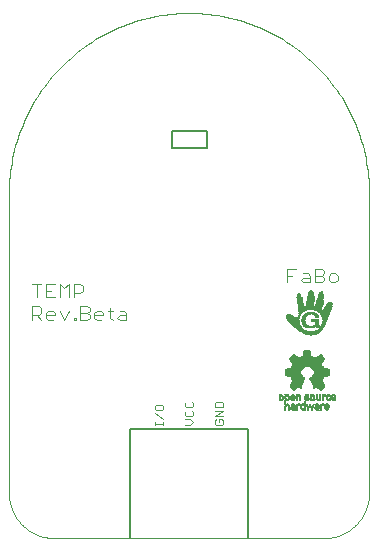
<source format=gto>
G75*
%MOIN*%
%OFA0B0*%
%FSLAX25Y25*%
%IPPOS*%
%LPD*%
%AMOC8*
5,1,8,0,0,1.08239X$1,22.5*
%
%ADD10C,0.00400*%
%ADD11C,0.00500*%
%ADD12C,0.00000*%
%ADD13C,0.00300*%
%ADD14R,0.00770X0.00035*%
%ADD15R,0.01400X0.00035*%
%ADD16R,0.01855X0.00035*%
%ADD17R,0.02170X0.00035*%
%ADD18R,0.02485X0.00035*%
%ADD19R,0.02765X0.00035*%
%ADD20R,0.02975X0.00035*%
%ADD21R,0.03220X0.00035*%
%ADD22R,0.03395X0.00035*%
%ADD23R,0.03605X0.00035*%
%ADD24R,0.03780X0.00035*%
%ADD25R,0.03955X0.00035*%
%ADD26R,0.04130X0.00035*%
%ADD27R,0.04270X0.00035*%
%ADD28R,0.04375X0.00035*%
%ADD29R,0.04550X0.00035*%
%ADD30R,0.04690X0.00035*%
%ADD31R,0.04865X0.00035*%
%ADD32R,0.04970X0.00035*%
%ADD33R,0.05110X0.00035*%
%ADD34R,0.05215X0.00035*%
%ADD35R,0.05355X0.00035*%
%ADD36R,0.05460X0.00035*%
%ADD37R,0.05600X0.00035*%
%ADD38R,0.05705X0.00035*%
%ADD39R,0.05810X0.00035*%
%ADD40R,0.05915X0.00035*%
%ADD41R,0.06055X0.00035*%
%ADD42R,0.06160X0.00035*%
%ADD43R,0.06265X0.00035*%
%ADD44R,0.06335X0.00035*%
%ADD45R,0.06440X0.00035*%
%ADD46R,0.06545X0.00035*%
%ADD47R,0.03080X0.00035*%
%ADD48R,0.02660X0.00035*%
%ADD49R,0.02870X0.00035*%
%ADD50R,0.02415X0.00035*%
%ADD51R,0.02730X0.00035*%
%ADD52R,0.02310X0.00035*%
%ADD53R,0.02695X0.00035*%
%ADD54R,0.02170X0.00035*%
%ADD55R,0.02590X0.00035*%
%ADD56R,0.02100X0.00035*%
%ADD57R,0.02520X0.00035*%
%ADD58R,0.02030X0.00035*%
%ADD59R,0.02450X0.00035*%
%ADD60R,0.01960X0.00035*%
%ADD61R,0.01890X0.00035*%
%ADD62R,0.02380X0.00035*%
%ADD63R,0.01785X0.00035*%
%ADD64R,0.01750X0.00035*%
%ADD65R,0.01715X0.00035*%
%ADD66R,0.02275X0.00035*%
%ADD67R,0.01645X0.00035*%
%ADD68R,0.02240X0.00035*%
%ADD69R,0.01610X0.00035*%
%ADD70R,0.02240X0.00035*%
%ADD71R,0.01575X0.00035*%
%ADD72R,0.01540X0.00035*%
%ADD73R,0.02205X0.00035*%
%ADD74R,0.01505X0.00035*%
%ADD75R,0.01470X0.00035*%
%ADD76R,0.01435X0.00035*%
%ADD77R,0.01365X0.00035*%
%ADD78R,0.01330X0.00035*%
%ADD79R,0.01295X0.00035*%
%ADD80R,0.01295X0.00035*%
%ADD81R,0.01260X0.00035*%
%ADD82R,0.01190X0.00035*%
%ADD83R,0.01225X0.00035*%
%ADD84R,0.00385X0.00035*%
%ADD85R,0.00980X0.00035*%
%ADD86R,0.01155X0.00035*%
%ADD87R,0.01645X0.00035*%
%ADD88R,0.01015X0.00035*%
%ADD89R,0.01050X0.00035*%
%ADD90R,0.02345X0.00035*%
%ADD91R,0.01085X0.00035*%
%ADD92R,0.02905X0.00035*%
%ADD93R,0.03045X0.00035*%
%ADD94R,0.01120X0.00035*%
%ADD95R,0.02345X0.00035*%
%ADD96R,0.03255X0.00035*%
%ADD97R,0.01120X0.00035*%
%ADD98R,0.03500X0.00035*%
%ADD99R,0.02415X0.00035*%
%ADD100R,0.03640X0.00035*%
%ADD101R,0.04900X0.00035*%
%ADD102R,0.04935X0.00035*%
%ADD103R,0.05005X0.00035*%
%ADD104R,0.01680X0.00035*%
%ADD105R,0.02065X0.00035*%
%ADD106R,0.02555X0.00035*%
%ADD107R,0.02590X0.00035*%
%ADD108R,0.02625X0.00035*%
%ADD109R,0.02695X0.00035*%
%ADD110R,0.01470X0.00035*%
%ADD111R,0.02765X0.00035*%
%ADD112R,0.02800X0.00035*%
%ADD113R,0.02835X0.00035*%
%ADD114R,0.01365X0.00035*%
%ADD115R,0.02940X0.00035*%
%ADD116R,0.03010X0.00035*%
%ADD117R,0.03045X0.00035*%
%ADD118R,0.03115X0.00035*%
%ADD119R,0.03150X0.00035*%
%ADD120R,0.03185X0.00035*%
%ADD121R,0.03220X0.00035*%
%ADD122R,0.01190X0.00035*%
%ADD123R,0.03290X0.00035*%
%ADD124R,0.03325X0.00035*%
%ADD125R,0.03360X0.00035*%
%ADD126R,0.03430X0.00035*%
%ADD127R,0.03465X0.00035*%
%ADD128R,0.03535X0.00035*%
%ADD129R,0.03570X0.00035*%
%ADD130R,0.03675X0.00035*%
%ADD131R,0.03710X0.00035*%
%ADD132R,0.03745X0.00035*%
%ADD133R,0.03815X0.00035*%
%ADD134R,0.03850X0.00035*%
%ADD135R,0.03885X0.00035*%
%ADD136R,0.03920X0.00035*%
%ADD137R,0.03990X0.00035*%
%ADD138R,0.04025X0.00035*%
%ADD139R,0.02870X0.00035*%
%ADD140R,0.04095X0.00035*%
%ADD141R,0.04165X0.00035*%
%ADD142R,0.04200X0.00035*%
%ADD143R,0.04235X0.00035*%
%ADD144R,0.04270X0.00035*%
%ADD145R,0.01820X0.00035*%
%ADD146R,0.04305X0.00035*%
%ADD147R,0.04340X0.00035*%
%ADD148R,0.01925X0.00035*%
%ADD149R,0.04410X0.00035*%
%ADD150R,0.00945X0.00035*%
%ADD151R,0.00875X0.00035*%
%ADD152R,0.00840X0.00035*%
%ADD153R,0.02135X0.00035*%
%ADD154R,0.00805X0.00035*%
%ADD155R,0.00735X0.00035*%
%ADD156R,0.01995X0.00035*%
%ADD157R,0.02520X0.00035*%
%ADD158R,0.01540X0.00035*%
%ADD159R,0.00770X0.00035*%
%ADD160R,0.00665X0.00035*%
%ADD161R,0.00420X0.00035*%
%ADD162R,0.00910X0.00035*%
%ADD163R,0.04060X0.00035*%
%ADD164R,0.01015X0.00035*%
%ADD165R,0.03115X0.00035*%
%ADD166R,0.03395X0.00035*%
%ADD167R,0.03745X0.00035*%
%ADD168R,0.04340X0.00035*%
%ADD169R,0.04480X0.00035*%
%ADD170R,0.02065X0.00035*%
%ADD171R,0.04515X0.00035*%
%ADD172R,0.04585X0.00035*%
%ADD173R,0.04760X0.00035*%
%ADD174R,0.04830X0.00035*%
%ADD175R,0.07805X0.00035*%
%ADD176R,0.07840X0.00035*%
%ADD177R,0.07875X0.00035*%
%ADD178R,0.07910X0.00035*%
%ADD179R,0.07945X0.00035*%
%ADD180R,0.07980X0.00035*%
%ADD181R,0.08015X0.00035*%
%ADD182R,0.08050X0.00035*%
%ADD183R,0.05635X0.00035*%
%ADD184R,0.01995X0.00035*%
%ADD185R,0.01890X0.00035*%
%ADD186R,0.01715X0.00035*%
%ADD187R,0.00945X0.00035*%
%ADD188R,0.00560X0.00035*%
%ADD189R,0.01820X0.00035*%
%ADD190R,0.00700X0.00035*%
%ADD191R,0.00630X0.00035*%
%ADD192R,0.00525X0.00035*%
%ADD193R,0.00175X0.00035*%
%ADD194R,0.00595X0.00035*%
%ADD195R,0.00490X0.00035*%
%ADD196R,0.00210X0.00035*%
%ADD197R,0.00490X0.00035*%
%ADD198R,0.00315X0.00035*%
%ADD199R,0.00520X0.00040*%
%ADD200R,0.00520X0.00040*%
%ADD201R,0.00760X0.00040*%
%ADD202R,0.00640X0.00040*%
%ADD203R,0.00440X0.00040*%
%ADD204R,0.00480X0.00040*%
%ADD205R,0.00520X0.00040*%
%ADD206R,0.00520X0.00040*%
%ADD207R,0.01400X0.00040*%
%ADD208R,0.00800X0.00040*%
%ADD209R,0.00480X0.00040*%
%ADD210R,0.00960X0.00040*%
%ADD211R,0.01440X0.00040*%
%ADD212R,0.01080X0.00040*%
%ADD213R,0.01520X0.00040*%
%ADD214R,0.01440X0.00040*%
%ADD215R,0.00560X0.00040*%
%ADD216R,0.01480X0.00040*%
%ADD217R,0.01200X0.00040*%
%ADD218R,0.01560X0.00040*%
%ADD219R,0.01320X0.00040*%
%ADD220R,0.01560X0.00040*%
%ADD221R,0.01520X0.00040*%
%ADD222R,0.00600X0.00040*%
%ADD223R,0.00560X0.00040*%
%ADD224R,0.01400X0.00040*%
%ADD225R,0.01600X0.00040*%
%ADD226R,0.00600X0.00040*%
%ADD227R,0.00640X0.00040*%
%ADD228R,0.01640X0.00040*%
%ADD229R,0.00680X0.00040*%
%ADD230R,0.01680X0.00040*%
%ADD231R,0.01680X0.00040*%
%ADD232R,0.01640X0.00040*%
%ADD233R,0.00720X0.00040*%
%ADD234R,0.01480X0.00040*%
%ADD235R,0.00760X0.00040*%
%ADD236R,0.00720X0.00040*%
%ADD237R,0.00640X0.00040*%
%ADD238R,0.00360X0.00040*%
%ADD239R,0.00240X0.00040*%
%ADD240R,0.00160X0.00040*%
%ADD241R,0.00840X0.00040*%
%ADD242R,0.00080X0.00040*%
%ADD243R,0.00880X0.00040*%
%ADD244R,0.00920X0.00040*%
%ADD245R,0.00960X0.00040*%
%ADD246R,0.01640X0.00040*%
%ADD247R,0.01760X0.00040*%
%ADD248R,0.00440X0.00040*%
%ADD249R,0.01000X0.00040*%
%ADD250R,0.01760X0.00040*%
%ADD251R,0.00440X0.00040*%
%ADD252R,0.01320X0.00040*%
%ADD253R,0.01200X0.00040*%
%ADD254R,0.00920X0.00040*%
%ADD255R,0.00840X0.00040*%
%ADD256R,0.00800X0.00040*%
%ADD257R,0.00080X0.00040*%
%ADD258R,0.00120X0.00040*%
%ADD259R,0.00240X0.00040*%
%ADD260R,0.00720X0.00040*%
%ADD261R,0.00200X0.00040*%
%ADD262R,0.00400X0.00040*%
%ADD263R,0.01240X0.00040*%
%ADD264R,0.01640X0.00040*%
%ADD265R,0.01440X0.00040*%
%ADD266R,0.01280X0.00040*%
%ADD267R,0.01520X0.00040*%
%ADD268R,0.01280X0.00040*%
%ADD269R,0.01520X0.00040*%
%ADD270R,0.01360X0.00040*%
%ADD271R,0.01440X0.00040*%
%ADD272R,0.01240X0.00040*%
%ADD273R,0.01120X0.00040*%
%ADD274R,0.01240X0.00040*%
%ADD275R,0.01040X0.00040*%
%ADD276R,0.00840X0.00040*%
%ADD277R,0.00440X0.00040*%
%ADD278R,0.00400X0.00040*%
%ADD279R,0.00320X0.00040*%
%ADD280R,0.00920X0.00040*%
%ADD281R,0.01040X0.00040*%
%ADD282R,0.01000X0.00040*%
%ADD283R,0.01080X0.00040*%
%ADD284R,0.01160X0.00040*%
%ADD285R,0.01040X0.00040*%
%ADD286R,0.01160X0.00040*%
%ADD287R,0.01600X0.00040*%
%ADD288R,0.01720X0.00040*%
%ADD289R,0.01720X0.00040*%
%ADD290R,0.00640X0.00040*%
%ADD291R,0.00680X0.00040*%
%ADD292R,0.00360X0.00040*%
%ADD293R,0.00280X0.00040*%
%ADD294R,0.00120X0.00040*%
%ADD295R,0.00040X0.00040*%
%ADD296R,0.00040X0.00040*%
%ADD297R,0.01320X0.00040*%
%ADD298R,0.00280X0.00040*%
%ADD299R,0.00320X0.00040*%
%ADD300R,0.01320X0.00040*%
%ADD301R,0.01120X0.00040*%
%ADD302R,0.01120X0.00040*%
%ADD303R,0.01800X0.00040*%
%ADD304R,0.01920X0.00040*%
%ADD305R,0.01920X0.00040*%
%ADD306R,0.02000X0.00040*%
%ADD307R,0.02120X0.00040*%
%ADD308R,0.02200X0.00040*%
%ADD309R,0.02320X0.00040*%
%ADD310R,0.02400X0.00040*%
%ADD311R,0.02520X0.00040*%
%ADD312R,0.02600X0.00040*%
%ADD313R,0.00880X0.00040*%
%ADD314R,0.03680X0.00040*%
%ADD315R,0.03720X0.00040*%
%ADD316R,0.03800X0.00040*%
%ADD317R,0.03840X0.00040*%
%ADD318R,0.03840X0.00040*%
%ADD319R,0.03920X0.00040*%
%ADD320R,0.03960X0.00040*%
%ADD321R,0.04000X0.00040*%
%ADD322R,0.04080X0.00040*%
%ADD323R,0.04120X0.00040*%
%ADD324R,0.04160X0.00040*%
%ADD325R,0.04200X0.00040*%
%ADD326R,0.04200X0.00040*%
%ADD327R,0.04160X0.00040*%
%ADD328R,0.04120X0.00040*%
%ADD329R,0.04080X0.00040*%
%ADD330R,0.04040X0.00040*%
%ADD331R,0.04040X0.00040*%
%ADD332R,0.04040X0.00040*%
%ADD333R,0.04040X0.00040*%
%ADD334R,0.03960X0.00040*%
%ADD335R,0.03920X0.00040*%
%ADD336R,0.03920X0.00040*%
%ADD337R,0.03880X0.00040*%
%ADD338R,0.03920X0.00040*%
%ADD339R,0.03880X0.00040*%
%ADD340R,0.03800X0.00040*%
%ADD341R,0.04240X0.00040*%
%ADD342R,0.04240X0.00040*%
%ADD343R,0.04280X0.00040*%
%ADD344R,0.04360X0.00040*%
%ADD345R,0.04400X0.00040*%
%ADD346R,0.04440X0.00040*%
%ADD347R,0.04520X0.00040*%
%ADD348R,0.04520X0.00040*%
%ADD349R,0.04520X0.00040*%
%ADD350R,0.04520X0.00040*%
%ADD351R,0.04480X0.00040*%
%ADD352R,0.04440X0.00040*%
%ADD353R,0.04400X0.00040*%
%ADD354R,0.04360X0.00040*%
%ADD355R,0.04320X0.00040*%
%ADD356R,0.04240X0.00040*%
%ADD357R,0.04320X0.00040*%
%ADD358R,0.04320X0.00040*%
%ADD359R,0.04560X0.00040*%
%ADD360R,0.04720X0.00040*%
%ADD361R,0.04920X0.00040*%
%ADD362R,0.04920X0.00040*%
%ADD363R,0.05080X0.00040*%
%ADD364R,0.05240X0.00040*%
%ADD365R,0.05240X0.00040*%
%ADD366R,0.05480X0.00040*%
%ADD367R,0.05640X0.00040*%
%ADD368R,0.05640X0.00040*%
%ADD369R,0.05680X0.00040*%
%ADD370R,0.05640X0.00040*%
%ADD371R,0.05600X0.00040*%
%ADD372R,0.05600X0.00040*%
%ADD373R,0.05560X0.00040*%
%ADD374R,0.05520X0.00040*%
%ADD375R,0.05520X0.00040*%
%ADD376R,0.05480X0.00040*%
%ADD377R,0.05440X0.00040*%
%ADD378R,0.05440X0.00040*%
%ADD379R,0.05560X0.00040*%
%ADD380R,0.05680X0.00040*%
%ADD381R,0.05440X0.00040*%
%ADD382R,0.05280X0.00040*%
%ADD383R,0.04920X0.00040*%
%ADD384R,0.04600X0.00040*%
%ADD385R,0.04840X0.00040*%
%ADD386R,0.10440X0.00040*%
%ADD387R,0.10360X0.00040*%
%ADD388R,0.10360X0.00040*%
%ADD389R,0.10280X0.00040*%
%ADD390R,0.10200X0.00040*%
%ADD391R,0.10200X0.00040*%
%ADD392R,0.10120X0.00040*%
%ADD393R,0.10040X0.00040*%
%ADD394R,0.10040X0.00040*%
%ADD395R,0.09960X0.00040*%
%ADD396R,0.09880X0.00040*%
%ADD397R,0.09880X0.00040*%
%ADD398R,0.09800X0.00040*%
%ADD399R,0.09720X0.00040*%
%ADD400R,0.09720X0.00040*%
%ADD401R,0.10280X0.00040*%
%ADD402R,0.10520X0.00040*%
%ADD403R,0.10520X0.00040*%
%ADD404R,0.10600X0.00040*%
%ADD405R,0.10680X0.00040*%
%ADD406R,0.10760X0.00040*%
%ADD407R,0.10840X0.00040*%
%ADD408R,0.10920X0.00040*%
%ADD409R,0.11000X0.00040*%
%ADD410R,0.11080X0.00040*%
%ADD411R,0.11080X0.00040*%
%ADD412R,0.11160X0.00040*%
%ADD413R,0.11240X0.00040*%
%ADD414R,0.11320X0.00040*%
%ADD415R,0.11400X0.00040*%
%ADD416R,0.11400X0.00040*%
%ADD417R,0.11480X0.00040*%
%ADD418R,0.11560X0.00040*%
%ADD419R,0.11640X0.00040*%
%ADD420R,0.11640X0.00040*%
%ADD421R,0.11720X0.00040*%
%ADD422R,0.11800X0.00040*%
%ADD423R,0.11880X0.00040*%
%ADD424R,0.11880X0.00040*%
%ADD425R,0.11960X0.00040*%
%ADD426R,0.11720X0.00040*%
%ADD427R,0.11320X0.00040*%
%ADD428R,0.02760X0.00040*%
%ADD429R,0.05400X0.00040*%
%ADD430R,0.02640X0.00040*%
%ADD431R,0.05160X0.00040*%
%ADD432R,0.02560X0.00040*%
%ADD433R,0.05000X0.00040*%
%ADD434R,0.02440X0.00040*%
%ADD435R,0.04760X0.00040*%
%ADD436R,0.02440X0.00040*%
%ADD437R,0.02360X0.00040*%
%ADD438R,0.04600X0.00040*%
%ADD439R,0.02280X0.00040*%
%ADD440R,0.02240X0.00040*%
%ADD441R,0.02160X0.00040*%
%ADD442R,0.02080X0.00040*%
%ADD443R,0.01960X0.00040*%
%ADD444R,0.01880X0.00040*%
%ADD445R,0.03640X0.00040*%
%ADD446R,0.03400X0.00040*%
%ADD447R,0.03240X0.00040*%
%ADD448R,0.03000X0.00040*%
%ADD449R,0.02920X0.00040*%
%ADD450R,0.01360X0.00040*%
%ADD451R,0.02840X0.00040*%
%ADD452R,0.02840X0.00040*%
%ADD453R,0.02760X0.00040*%
%ADD454R,0.02680X0.00040*%
%ADD455R,0.02680X0.00040*%
%ADD456R,0.02600X0.00040*%
%ADD457R,0.02520X0.00040*%
%ADD458R,0.02520X0.00040*%
%ADD459R,0.02440X0.00040*%
%ADD460R,0.02360X0.00040*%
%ADD461R,0.02280X0.00040*%
%ADD462R,0.02200X0.00040*%
%ADD463R,0.02120X0.00040*%
D10*
X0009200Y0074200D02*
X0009200Y0078804D01*
X0011502Y0078804D01*
X0012269Y0078037D01*
X0012269Y0076502D01*
X0011502Y0075735D01*
X0009200Y0075735D01*
X0010735Y0075735D02*
X0012269Y0074200D01*
X0013804Y0074967D02*
X0014571Y0074200D01*
X0016106Y0074200D01*
X0016873Y0075735D02*
X0013804Y0075735D01*
X0013804Y0076502D02*
X0014571Y0077269D01*
X0016106Y0077269D01*
X0016873Y0076502D01*
X0016873Y0075735D01*
X0018408Y0077269D02*
X0019942Y0074200D01*
X0021477Y0077269D01*
X0023012Y0074967D02*
X0023779Y0074967D01*
X0023779Y0074200D01*
X0023012Y0074200D01*
X0023012Y0074967D01*
X0025314Y0074200D02*
X0025314Y0078804D01*
X0027616Y0078804D01*
X0028383Y0078037D01*
X0028383Y0077269D01*
X0027616Y0076502D01*
X0025314Y0076502D01*
X0025314Y0074200D02*
X0027616Y0074200D01*
X0028383Y0074967D01*
X0028383Y0075735D01*
X0027616Y0076502D01*
X0029918Y0076502D02*
X0030685Y0077269D01*
X0032220Y0077269D01*
X0032987Y0076502D01*
X0032987Y0075735D01*
X0029918Y0075735D01*
X0029918Y0076502D02*
X0029918Y0074967D01*
X0030685Y0074200D01*
X0032220Y0074200D01*
X0035289Y0074967D02*
X0035289Y0078037D01*
X0034522Y0077269D02*
X0036056Y0077269D01*
X0035289Y0074967D02*
X0036056Y0074200D01*
X0037591Y0074967D02*
X0038358Y0075735D01*
X0040660Y0075735D01*
X0040660Y0076502D02*
X0040660Y0074200D01*
X0038358Y0074200D01*
X0037591Y0074967D01*
X0038358Y0077269D02*
X0039893Y0077269D01*
X0040660Y0076502D01*
X0026081Y0084002D02*
X0025314Y0083235D01*
X0023012Y0083235D01*
X0023012Y0081700D02*
X0023012Y0086304D01*
X0025314Y0086304D01*
X0026081Y0085537D01*
X0026081Y0084002D01*
X0021477Y0086304D02*
X0021477Y0081700D01*
X0019942Y0084769D02*
X0021477Y0086304D01*
X0019942Y0084769D02*
X0018408Y0086304D01*
X0018408Y0081700D01*
X0016873Y0081700D02*
X0013804Y0081700D01*
X0013804Y0086304D01*
X0016873Y0086304D01*
X0015339Y0084002D02*
X0013804Y0084002D01*
X0012269Y0086304D02*
X0009200Y0086304D01*
X0010735Y0086304D02*
X0010735Y0081700D01*
X0013804Y0076502D02*
X0013804Y0074967D01*
X0094200Y0086700D02*
X0094200Y0091304D01*
X0097269Y0091304D01*
X0099571Y0089769D02*
X0101106Y0089769D01*
X0101873Y0089002D01*
X0101873Y0086700D01*
X0099571Y0086700D01*
X0098804Y0087467D01*
X0099571Y0088235D01*
X0101873Y0088235D01*
X0103408Y0089002D02*
X0105710Y0089002D01*
X0106477Y0088235D01*
X0106477Y0087467D01*
X0105710Y0086700D01*
X0103408Y0086700D01*
X0103408Y0091304D01*
X0105710Y0091304D01*
X0106477Y0090537D01*
X0106477Y0089769D01*
X0105710Y0089002D01*
X0108012Y0089002D02*
X0108012Y0087467D01*
X0108779Y0086700D01*
X0110314Y0086700D01*
X0111081Y0087467D01*
X0111081Y0089002D01*
X0110314Y0089769D01*
X0108779Y0089769D01*
X0108012Y0089002D01*
X0095735Y0089002D02*
X0094200Y0089002D01*
D11*
X0067406Y0131638D02*
X0067406Y0137150D01*
X0055988Y0137150D01*
X0055988Y0131638D01*
X0067406Y0131638D01*
X0081185Y0037750D02*
X0041815Y0037750D01*
X0041815Y0001500D01*
X0081185Y0001500D02*
X0081185Y0037750D01*
D12*
X0001500Y0016500D02*
X0001500Y0116500D01*
X0001518Y0117961D01*
X0001571Y0119421D01*
X0001660Y0120880D01*
X0001784Y0122336D01*
X0001944Y0123788D01*
X0002139Y0125236D01*
X0002370Y0126679D01*
X0002635Y0128116D01*
X0002935Y0129546D01*
X0003270Y0130968D01*
X0003640Y0132382D01*
X0004044Y0133786D01*
X0004482Y0135180D01*
X0004954Y0136563D01*
X0005459Y0137934D01*
X0005998Y0139292D01*
X0006569Y0140637D01*
X0007173Y0141967D01*
X0007809Y0143283D01*
X0008477Y0144582D01*
X0009177Y0145865D01*
X0009908Y0147130D01*
X0010669Y0148378D01*
X0011460Y0149606D01*
X0012281Y0150815D01*
X0013131Y0152003D01*
X0014010Y0153170D01*
X0014917Y0154316D01*
X0015852Y0155439D01*
X0016814Y0156539D01*
X0017802Y0157615D01*
X0018816Y0158667D01*
X0019856Y0159694D01*
X0020920Y0160695D01*
X0022008Y0161671D01*
X0023120Y0162619D01*
X0024254Y0163540D01*
X0025411Y0164433D01*
X0026588Y0165297D01*
X0027787Y0166133D01*
X0029006Y0166939D01*
X0030244Y0167716D01*
X0031500Y0168462D01*
X0032774Y0169177D01*
X0034065Y0169861D01*
X0035373Y0170513D01*
X0036696Y0171133D01*
X0038034Y0171721D01*
X0039385Y0172276D01*
X0040750Y0172798D01*
X0042127Y0173286D01*
X0043516Y0173741D01*
X0044915Y0174162D01*
X0046324Y0174549D01*
X0047742Y0174901D01*
X0049168Y0175219D01*
X0050602Y0175502D01*
X0052042Y0175750D01*
X0053487Y0175963D01*
X0054938Y0176140D01*
X0056392Y0176282D01*
X0057849Y0176389D01*
X0059309Y0176460D01*
X0060769Y0176496D01*
X0062231Y0176496D01*
X0063691Y0176460D01*
X0065151Y0176389D01*
X0066608Y0176282D01*
X0068062Y0176140D01*
X0069513Y0175963D01*
X0070958Y0175750D01*
X0072398Y0175502D01*
X0073832Y0175219D01*
X0075258Y0174901D01*
X0076676Y0174549D01*
X0078085Y0174162D01*
X0079484Y0173741D01*
X0080873Y0173286D01*
X0082250Y0172798D01*
X0083615Y0172276D01*
X0084966Y0171721D01*
X0086304Y0171133D01*
X0087627Y0170513D01*
X0088935Y0169861D01*
X0090226Y0169177D01*
X0091500Y0168462D01*
X0092756Y0167716D01*
X0093994Y0166939D01*
X0095213Y0166133D01*
X0096412Y0165297D01*
X0097589Y0164433D01*
X0098746Y0163540D01*
X0099880Y0162619D01*
X0100992Y0161671D01*
X0102080Y0160695D01*
X0103144Y0159694D01*
X0104184Y0158667D01*
X0105198Y0157615D01*
X0106186Y0156539D01*
X0107148Y0155439D01*
X0108083Y0154316D01*
X0108990Y0153170D01*
X0109869Y0152003D01*
X0110719Y0150815D01*
X0111540Y0149606D01*
X0112331Y0148378D01*
X0113092Y0147130D01*
X0113823Y0145865D01*
X0114523Y0144582D01*
X0115191Y0143283D01*
X0115827Y0141967D01*
X0116431Y0140637D01*
X0117002Y0139292D01*
X0117541Y0137934D01*
X0118046Y0136563D01*
X0118518Y0135180D01*
X0118956Y0133786D01*
X0119360Y0132382D01*
X0119730Y0130968D01*
X0120065Y0129546D01*
X0120365Y0128116D01*
X0120630Y0126679D01*
X0120861Y0125236D01*
X0121056Y0123788D01*
X0121216Y0122336D01*
X0121340Y0120880D01*
X0121429Y0119421D01*
X0121482Y0117961D01*
X0121500Y0116500D01*
X0121500Y0016500D01*
X0121496Y0016138D01*
X0121482Y0015775D01*
X0121461Y0015413D01*
X0121430Y0015052D01*
X0121391Y0014692D01*
X0121343Y0014333D01*
X0121286Y0013975D01*
X0121221Y0013618D01*
X0121147Y0013263D01*
X0121064Y0012910D01*
X0120973Y0012559D01*
X0120874Y0012211D01*
X0120766Y0011865D01*
X0120650Y0011521D01*
X0120525Y0011181D01*
X0120393Y0010844D01*
X0120252Y0010510D01*
X0120103Y0010179D01*
X0119946Y0009852D01*
X0119782Y0009529D01*
X0119610Y0009210D01*
X0119430Y0008896D01*
X0119242Y0008585D01*
X0119047Y0008280D01*
X0118845Y0007979D01*
X0118635Y0007683D01*
X0118419Y0007393D01*
X0118195Y0007107D01*
X0117965Y0006827D01*
X0117728Y0006553D01*
X0117484Y0006285D01*
X0117234Y0006022D01*
X0116978Y0005766D01*
X0116715Y0005516D01*
X0116447Y0005272D01*
X0116173Y0005035D01*
X0115893Y0004805D01*
X0115607Y0004581D01*
X0115317Y0004365D01*
X0115021Y0004155D01*
X0114720Y0003953D01*
X0114415Y0003758D01*
X0114104Y0003570D01*
X0113790Y0003390D01*
X0113471Y0003218D01*
X0113148Y0003054D01*
X0112821Y0002897D01*
X0112490Y0002748D01*
X0112156Y0002607D01*
X0111819Y0002475D01*
X0111479Y0002350D01*
X0111135Y0002234D01*
X0110789Y0002126D01*
X0110441Y0002027D01*
X0110090Y0001936D01*
X0109737Y0001853D01*
X0109382Y0001779D01*
X0109025Y0001714D01*
X0108667Y0001657D01*
X0108308Y0001609D01*
X0107948Y0001570D01*
X0107587Y0001539D01*
X0107225Y0001518D01*
X0106862Y0001504D01*
X0106500Y0001500D01*
X0016500Y0001500D01*
X0016138Y0001504D01*
X0015775Y0001518D01*
X0015413Y0001539D01*
X0015052Y0001570D01*
X0014692Y0001609D01*
X0014333Y0001657D01*
X0013975Y0001714D01*
X0013618Y0001779D01*
X0013263Y0001853D01*
X0012910Y0001936D01*
X0012559Y0002027D01*
X0012211Y0002126D01*
X0011865Y0002234D01*
X0011521Y0002350D01*
X0011181Y0002475D01*
X0010844Y0002607D01*
X0010510Y0002748D01*
X0010179Y0002897D01*
X0009852Y0003054D01*
X0009529Y0003218D01*
X0009210Y0003390D01*
X0008896Y0003570D01*
X0008585Y0003758D01*
X0008280Y0003953D01*
X0007979Y0004155D01*
X0007683Y0004365D01*
X0007393Y0004581D01*
X0007107Y0004805D01*
X0006827Y0005035D01*
X0006553Y0005272D01*
X0006285Y0005516D01*
X0006022Y0005766D01*
X0005766Y0006022D01*
X0005516Y0006285D01*
X0005272Y0006553D01*
X0005035Y0006827D01*
X0004805Y0007107D01*
X0004581Y0007393D01*
X0004365Y0007683D01*
X0004155Y0007979D01*
X0003953Y0008280D01*
X0003758Y0008585D01*
X0003570Y0008896D01*
X0003390Y0009210D01*
X0003218Y0009529D01*
X0003054Y0009852D01*
X0002897Y0010179D01*
X0002748Y0010510D01*
X0002607Y0010844D01*
X0002475Y0011181D01*
X0002350Y0011521D01*
X0002234Y0011865D01*
X0002126Y0012211D01*
X0002027Y0012559D01*
X0001936Y0012910D01*
X0001853Y0013263D01*
X0001779Y0013618D01*
X0001714Y0013975D01*
X0001657Y0014333D01*
X0001609Y0014692D01*
X0001570Y0015052D01*
X0001539Y0015413D01*
X0001518Y0015775D01*
X0001504Y0016138D01*
X0001500Y0016500D01*
D13*
X0050048Y0039150D02*
X0050048Y0040117D01*
X0050048Y0039634D02*
X0052950Y0039634D01*
X0052950Y0040117D02*
X0052950Y0039150D01*
X0052950Y0041114D02*
X0050048Y0043049D01*
X0050531Y0044061D02*
X0050048Y0044545D01*
X0050048Y0045512D01*
X0050531Y0045996D01*
X0052466Y0045996D01*
X0052950Y0045512D01*
X0052950Y0044545D01*
X0052466Y0044061D01*
X0050531Y0044061D01*
X0060048Y0043548D02*
X0060048Y0042580D01*
X0060531Y0042097D01*
X0062466Y0042097D01*
X0062950Y0042580D01*
X0062950Y0043548D01*
X0062466Y0044031D01*
X0062466Y0045043D02*
X0060531Y0045043D01*
X0060048Y0045527D01*
X0060048Y0046494D01*
X0060531Y0046978D01*
X0062466Y0046978D02*
X0062950Y0046494D01*
X0062950Y0045527D01*
X0062466Y0045043D01*
X0060531Y0044031D02*
X0060048Y0043548D01*
X0060048Y0041085D02*
X0061983Y0041085D01*
X0062950Y0040117D01*
X0061983Y0039150D01*
X0060048Y0039150D01*
X0070048Y0039634D02*
X0070531Y0039150D01*
X0072466Y0039150D01*
X0072950Y0039634D01*
X0072950Y0040601D01*
X0072466Y0041085D01*
X0071499Y0041085D01*
X0071499Y0040117D01*
X0070531Y0041085D02*
X0070048Y0040601D01*
X0070048Y0039634D01*
X0070048Y0042097D02*
X0072950Y0044031D01*
X0070048Y0044031D01*
X0070048Y0045043D02*
X0070048Y0046494D01*
X0070531Y0046978D01*
X0072466Y0046978D01*
X0072950Y0046494D01*
X0072950Y0045043D01*
X0070048Y0045043D01*
X0070048Y0042097D02*
X0072950Y0042097D01*
D14*
X0098077Y0075125D03*
X0098112Y0075160D03*
X0098112Y0075195D03*
X0098148Y0075230D03*
X0098287Y0075545D03*
X0098323Y0075615D03*
X0098148Y0082580D03*
X0105673Y0083350D03*
X0102277Y0069000D03*
D15*
X0102277Y0069035D03*
X0105217Y0070890D03*
X0105252Y0070925D03*
X0105287Y0070960D03*
X0104202Y0072430D03*
X0106687Y0073655D03*
X0106687Y0073690D03*
X0106687Y0073725D03*
X0106723Y0073760D03*
X0106723Y0073795D03*
X0103817Y0075825D03*
X0100212Y0075475D03*
X0100177Y0075440D03*
X0100108Y0075335D03*
X0100073Y0075300D03*
X0100037Y0075230D03*
X0100002Y0075195D03*
X0099967Y0075125D03*
X0098777Y0076560D03*
X0094962Y0075650D03*
X0100037Y0072465D03*
X0100073Y0072430D03*
X0098252Y0081985D03*
X0102277Y0083315D03*
X0105602Y0082860D03*
D16*
X0105515Y0082265D03*
X0105515Y0082230D03*
X0102260Y0082755D03*
X0102260Y0082790D03*
X0098410Y0081110D03*
X0098410Y0081075D03*
X0098410Y0081040D03*
X0099005Y0076910D03*
X0101035Y0076000D03*
X0100720Y0071975D03*
X0102260Y0069070D03*
X0104640Y0070435D03*
X0103975Y0072115D03*
X0106845Y0074635D03*
X0106845Y0074670D03*
X0095015Y0075405D03*
D17*
X0099127Y0077085D03*
X0098777Y0079150D03*
X0098673Y0079570D03*
X0098673Y0079605D03*
X0100948Y0071940D03*
X0098498Y0071030D03*
X0102277Y0069105D03*
X0106862Y0075125D03*
X0104762Y0077260D03*
D18*
X0106845Y0075510D03*
X0107755Y0077820D03*
X0107755Y0077855D03*
X0107790Y0077890D03*
X0102085Y0080935D03*
X0102085Y0080970D03*
X0102085Y0081005D03*
X0102085Y0081040D03*
X0102085Y0081075D03*
X0099285Y0077225D03*
X0097500Y0072010D03*
X0097535Y0071975D03*
X0101910Y0071555D03*
X0102260Y0069140D03*
D19*
X0102260Y0069175D03*
X0103520Y0071940D03*
X0106810Y0075790D03*
X0101945Y0079395D03*
X0101945Y0079430D03*
X0101945Y0079465D03*
X0101945Y0079500D03*
X0101945Y0079535D03*
X0101945Y0079570D03*
X0097185Y0072395D03*
X0095365Y0074880D03*
D20*
X0099495Y0077400D03*
X0101910Y0078695D03*
X0101910Y0078730D03*
X0101910Y0078765D03*
X0101910Y0078800D03*
X0102260Y0069210D03*
D21*
X0102242Y0069245D03*
X0106757Y0076175D03*
D22*
X0101910Y0071730D03*
X0102225Y0069280D03*
X0096625Y0073235D03*
D23*
X0096485Y0073480D03*
X0102225Y0069315D03*
X0106670Y0076455D03*
D24*
X0106617Y0076595D03*
X0102207Y0069350D03*
X0096362Y0073760D03*
D25*
X0096275Y0074005D03*
X0096275Y0074040D03*
X0102225Y0069385D03*
X0106565Y0076700D03*
D26*
X0102242Y0076035D03*
X0102207Y0069420D03*
X0096223Y0074250D03*
X0096223Y0074285D03*
X0096223Y0074320D03*
D27*
X0102207Y0069455D03*
D28*
X0102190Y0069490D03*
X0106460Y0076945D03*
X0096170Y0074775D03*
D29*
X0102173Y0069525D03*
D30*
X0102172Y0069560D03*
X0106372Y0077085D03*
D31*
X0102155Y0069595D03*
D32*
X0102137Y0069630D03*
D33*
X0102137Y0069665D03*
D34*
X0102120Y0069700D03*
D35*
X0102120Y0069735D03*
D36*
X0102102Y0069770D03*
D37*
X0102102Y0069805D03*
X0103117Y0078205D03*
X0103117Y0078240D03*
X0103152Y0078345D03*
D38*
X0102085Y0069840D03*
D39*
X0102067Y0069875D03*
D40*
X0102050Y0069910D03*
D41*
X0102050Y0069945D03*
D42*
X0102032Y0069980D03*
D43*
X0102015Y0070015D03*
D44*
X0102015Y0070050D03*
D45*
X0101997Y0070085D03*
D46*
X0101980Y0070120D03*
D47*
X0100177Y0070155D03*
X0096852Y0072850D03*
X0101927Y0078485D03*
X0106757Y0076070D03*
D48*
X0106827Y0075685D03*
X0107492Y0077400D03*
X0107527Y0077435D03*
X0104482Y0077435D03*
X0101997Y0079990D03*
X0101997Y0080025D03*
X0101997Y0080060D03*
X0101997Y0080095D03*
X0101997Y0080130D03*
X0101997Y0080165D03*
X0095312Y0074915D03*
X0097237Y0072325D03*
X0097272Y0072290D03*
X0103957Y0070155D03*
D49*
X0100037Y0070190D03*
X0097062Y0072570D03*
X0097027Y0072605D03*
X0101927Y0079010D03*
X0101927Y0079045D03*
X0101927Y0079080D03*
X0101927Y0079115D03*
X0101927Y0079150D03*
D50*
X0102120Y0081285D03*
X0102120Y0081320D03*
X0102120Y0081355D03*
X0102120Y0081390D03*
X0102120Y0081425D03*
X0104885Y0078870D03*
X0104815Y0078625D03*
X0104815Y0078590D03*
X0104780Y0078520D03*
X0104780Y0078485D03*
X0104745Y0078380D03*
X0104605Y0077365D03*
X0107860Y0078065D03*
X0107895Y0078135D03*
X0104115Y0070190D03*
X0097710Y0071765D03*
X0097640Y0071835D03*
X0095190Y0075055D03*
D51*
X0099407Y0077330D03*
X0101962Y0079605D03*
X0101962Y0079640D03*
X0101962Y0079675D03*
X0101962Y0079710D03*
X0101962Y0079745D03*
X0106827Y0075755D03*
X0107423Y0077295D03*
X0099898Y0070225D03*
D52*
X0099267Y0070505D03*
X0099197Y0070540D03*
X0097902Y0071555D03*
X0095137Y0075125D03*
X0099197Y0077155D03*
X0098987Y0078450D03*
X0098987Y0078485D03*
X0098952Y0078520D03*
X0098952Y0078555D03*
X0102172Y0081740D03*
X0102172Y0081775D03*
X0102172Y0081810D03*
X0102172Y0081845D03*
X0105287Y0080830D03*
X0105287Y0080795D03*
X0105287Y0080760D03*
X0105287Y0080725D03*
X0105252Y0080655D03*
X0105252Y0080620D03*
X0105252Y0080585D03*
X0105252Y0080550D03*
X0105217Y0080445D03*
X0105217Y0080410D03*
X0105217Y0080375D03*
X0108052Y0078520D03*
X0108017Y0078450D03*
X0106862Y0075300D03*
X0104202Y0070225D03*
D53*
X0101910Y0071590D03*
X0099810Y0070260D03*
X0107440Y0077330D03*
X0107475Y0077365D03*
D54*
X0108157Y0078800D03*
X0108157Y0078835D03*
X0105392Y0081390D03*
X0105392Y0081425D03*
X0105392Y0081460D03*
X0105392Y0081495D03*
X0102207Y0082090D03*
X0102207Y0082125D03*
X0102207Y0082160D03*
X0102207Y0082195D03*
X0098707Y0079465D03*
X0098707Y0079430D03*
X0098707Y0079395D03*
X0098742Y0079325D03*
X0098742Y0079290D03*
X0104307Y0070260D03*
D55*
X0099722Y0070295D03*
X0097377Y0072150D03*
X0097342Y0072185D03*
X0095277Y0074950D03*
X0102032Y0080375D03*
X0102032Y0080410D03*
X0102032Y0080445D03*
X0102032Y0080480D03*
X0102032Y0080515D03*
X0107597Y0077540D03*
D56*
X0108192Y0078940D03*
X0105427Y0081635D03*
X0105427Y0081670D03*
X0105427Y0081705D03*
X0102242Y0082335D03*
X0098567Y0080130D03*
X0098567Y0080095D03*
X0098567Y0080060D03*
X0098567Y0080025D03*
X0098602Y0079990D03*
X0098602Y0079955D03*
X0098602Y0079920D03*
X0098602Y0079885D03*
X0095067Y0075265D03*
X0104377Y0070295D03*
X0106862Y0075020D03*
D57*
X0107667Y0077680D03*
X0102067Y0080760D03*
X0102067Y0080795D03*
X0102067Y0080830D03*
X0102067Y0080865D03*
X0102067Y0080900D03*
X0095242Y0074985D03*
X0097482Y0072045D03*
X0099617Y0070330D03*
D58*
X0102312Y0076455D03*
X0106862Y0074950D03*
X0106862Y0074915D03*
X0106862Y0074880D03*
X0108227Y0079045D03*
X0105462Y0081845D03*
X0105462Y0081880D03*
X0105462Y0081915D03*
X0102242Y0082440D03*
X0102242Y0082475D03*
X0102242Y0082510D03*
X0098498Y0080515D03*
X0098498Y0080480D03*
X0098498Y0080445D03*
X0098532Y0080375D03*
X0098532Y0080340D03*
X0098532Y0080305D03*
X0095067Y0075300D03*
X0104448Y0070330D03*
D59*
X0106862Y0075440D03*
X0106862Y0075475D03*
X0107808Y0077925D03*
X0107808Y0077960D03*
X0107842Y0077995D03*
X0107842Y0078030D03*
X0107877Y0078100D03*
X0104762Y0078415D03*
X0104762Y0078450D03*
X0102102Y0081110D03*
X0102102Y0081145D03*
X0102102Y0081180D03*
X0102102Y0081215D03*
X0102102Y0081250D03*
X0097552Y0071940D03*
X0097587Y0071905D03*
X0097623Y0071870D03*
X0099477Y0070400D03*
X0099548Y0070365D03*
X0095208Y0075020D03*
D60*
X0095032Y0075370D03*
X0099057Y0076980D03*
X0098462Y0080655D03*
X0098462Y0080690D03*
X0098462Y0080725D03*
X0098462Y0080760D03*
X0102242Y0082580D03*
X0105497Y0082125D03*
X0105497Y0082090D03*
X0105497Y0082055D03*
X0108262Y0079150D03*
X0106862Y0074845D03*
X0106862Y0074810D03*
X0103922Y0072080D03*
X0104517Y0070365D03*
X0101927Y0071485D03*
D61*
X0104587Y0070400D03*
X0106862Y0074705D03*
X0106862Y0074740D03*
D62*
X0106862Y0075370D03*
X0106862Y0075405D03*
X0107912Y0078170D03*
X0107912Y0078205D03*
X0107948Y0078240D03*
X0107948Y0078275D03*
X0107982Y0078345D03*
X0104937Y0079045D03*
X0104937Y0079080D03*
X0104937Y0079115D03*
X0104973Y0079185D03*
X0104973Y0079220D03*
X0104973Y0079255D03*
X0105007Y0079360D03*
X0105007Y0079395D03*
X0105042Y0079535D03*
X0105042Y0079570D03*
X0105077Y0079710D03*
X0105112Y0079885D03*
X0104902Y0079010D03*
X0104902Y0078975D03*
X0104902Y0078940D03*
X0104902Y0078905D03*
X0104867Y0078835D03*
X0104867Y0078800D03*
X0104867Y0078765D03*
X0104832Y0078695D03*
X0104832Y0078660D03*
X0104798Y0078555D03*
X0102312Y0076420D03*
X0103712Y0071975D03*
X0099407Y0070435D03*
X0099337Y0070470D03*
X0097762Y0071730D03*
X0099232Y0077190D03*
X0099057Y0078240D03*
X0099057Y0078275D03*
X0099023Y0078345D03*
X0102137Y0081460D03*
X0102137Y0081495D03*
X0102137Y0081530D03*
X0102137Y0081565D03*
D63*
X0105550Y0082370D03*
X0105550Y0082405D03*
X0108315Y0079325D03*
X0106845Y0074565D03*
X0106845Y0074530D03*
X0104010Y0072150D03*
X0104710Y0070470D03*
X0100650Y0072010D03*
X0098375Y0081215D03*
X0098375Y0081250D03*
X0098375Y0081285D03*
D64*
X0098358Y0081320D03*
X0098358Y0081355D03*
X0098358Y0081390D03*
X0098952Y0076840D03*
X0094998Y0075475D03*
X0102277Y0082895D03*
X0102277Y0082930D03*
X0102277Y0082965D03*
X0105567Y0082440D03*
X0108333Y0079395D03*
X0108333Y0079360D03*
X0106827Y0074495D03*
X0106827Y0074460D03*
X0106827Y0074425D03*
X0103467Y0076000D03*
X0104762Y0070505D03*
D65*
X0104815Y0070540D03*
X0104045Y0072185D03*
X0100930Y0075965D03*
X0098935Y0076805D03*
X0098340Y0081425D03*
X0098340Y0081460D03*
X0098340Y0081495D03*
X0094980Y0075510D03*
D66*
X0097955Y0071520D03*
X0097990Y0071485D03*
X0098025Y0071450D03*
X0098060Y0071415D03*
X0098095Y0071380D03*
X0098130Y0071345D03*
X0099145Y0070575D03*
X0098935Y0078590D03*
X0098935Y0078625D03*
X0098935Y0078660D03*
X0098900Y0078695D03*
X0098900Y0078730D03*
X0098865Y0078835D03*
X0102190Y0081880D03*
X0102190Y0081915D03*
X0102190Y0081950D03*
X0105340Y0081110D03*
X0105305Y0080970D03*
X0105305Y0080935D03*
X0105305Y0080900D03*
X0105305Y0080865D03*
X0105270Y0080690D03*
X0108070Y0078590D03*
X0108070Y0078555D03*
X0108035Y0078485D03*
X0106880Y0075265D03*
D67*
X0106810Y0074320D03*
X0106810Y0074285D03*
X0106810Y0074250D03*
X0103590Y0075965D03*
X0100825Y0075930D03*
X0100475Y0072080D03*
X0104850Y0070575D03*
X0104885Y0070610D03*
X0108350Y0079465D03*
X0105585Y0082580D03*
D68*
X0105357Y0081215D03*
X0105357Y0081180D03*
X0105357Y0081145D03*
X0105322Y0081075D03*
X0105322Y0081040D03*
X0105322Y0081005D03*
X0102207Y0081985D03*
X0098847Y0078905D03*
X0098847Y0078870D03*
X0098882Y0078800D03*
X0098882Y0078765D03*
X0098182Y0071310D03*
X0098217Y0071275D03*
X0098252Y0071240D03*
X0098917Y0070715D03*
X0099022Y0070645D03*
X0099092Y0070610D03*
X0101927Y0071520D03*
X0104727Y0077295D03*
X0108122Y0078730D03*
D69*
X0108367Y0079500D03*
X0105567Y0082615D03*
X0102277Y0083070D03*
X0102277Y0083105D03*
X0098882Y0076735D03*
X0100772Y0075895D03*
X0104097Y0072255D03*
X0104937Y0070645D03*
X0106792Y0074180D03*
X0106792Y0074215D03*
X0098287Y0081670D03*
X0098287Y0081705D03*
D70*
X0098812Y0079010D03*
X0099162Y0077120D03*
X0095137Y0075160D03*
X0098287Y0071205D03*
X0098987Y0070680D03*
X0106862Y0075195D03*
X0106862Y0075230D03*
X0108087Y0078625D03*
X0108087Y0078660D03*
D71*
X0108385Y0079535D03*
X0105585Y0082650D03*
X0105585Y0082685D03*
X0102295Y0083140D03*
X0098865Y0076700D03*
X0100685Y0075860D03*
X0100405Y0072115D03*
X0104115Y0072290D03*
X0104990Y0070680D03*
X0106775Y0074075D03*
X0106775Y0074110D03*
X0106775Y0074145D03*
X0103660Y0075930D03*
D72*
X0106757Y0074040D03*
X0106757Y0074005D03*
X0105042Y0070715D03*
X0100352Y0072150D03*
X0100632Y0075825D03*
X0098847Y0076665D03*
X0102277Y0083175D03*
X0105602Y0082720D03*
D73*
X0105375Y0081355D03*
X0105375Y0081320D03*
X0105375Y0081285D03*
X0105375Y0081250D03*
X0102190Y0082020D03*
X0102190Y0082055D03*
X0098725Y0079360D03*
X0098760Y0079255D03*
X0098760Y0079220D03*
X0098760Y0079185D03*
X0098795Y0079115D03*
X0098795Y0079080D03*
X0098795Y0079045D03*
X0098830Y0078975D03*
X0098830Y0078940D03*
X0095120Y0075195D03*
X0098340Y0071170D03*
X0098375Y0071135D03*
X0098410Y0071100D03*
X0098445Y0071065D03*
X0098550Y0070995D03*
X0098585Y0070960D03*
X0098620Y0070925D03*
X0098690Y0070890D03*
X0098725Y0070855D03*
X0098760Y0070820D03*
X0098830Y0070785D03*
X0098865Y0070750D03*
X0103800Y0072010D03*
X0106880Y0075160D03*
X0108105Y0078695D03*
X0108140Y0078765D03*
D74*
X0108385Y0079570D03*
X0105585Y0082755D03*
X0102295Y0083210D03*
X0098830Y0076630D03*
X0100475Y0075720D03*
X0100545Y0075755D03*
X0100580Y0075790D03*
X0100265Y0072220D03*
X0100300Y0072185D03*
X0104150Y0072325D03*
X0105060Y0070750D03*
X0103730Y0075895D03*
X0098270Y0081810D03*
X0098270Y0081845D03*
X0098270Y0081880D03*
D75*
X0098252Y0081915D03*
X0102277Y0083245D03*
X0105602Y0082790D03*
X0100423Y0075685D03*
X0100387Y0075650D03*
X0100352Y0075615D03*
X0094962Y0075615D03*
X0105112Y0070785D03*
X0105148Y0070820D03*
D76*
X0105200Y0070855D03*
X0104185Y0072395D03*
X0106740Y0073830D03*
X0106740Y0073865D03*
X0103800Y0075860D03*
X0100265Y0075510D03*
X0100160Y0075405D03*
X0100125Y0075370D03*
X0098795Y0076595D03*
X0100090Y0072395D03*
X0100125Y0072360D03*
X0100160Y0072325D03*
X0100195Y0072290D03*
X0100230Y0072255D03*
X0098235Y0081950D03*
X0102295Y0083280D03*
X0105620Y0082825D03*
X0108420Y0079605D03*
D77*
X0108420Y0079640D03*
X0105620Y0082895D03*
X0103870Y0075790D03*
X0104220Y0072500D03*
X0104220Y0072465D03*
X0105340Y0070995D03*
X0106670Y0073585D03*
X0106670Y0073620D03*
X0100020Y0072500D03*
X0099985Y0072535D03*
X0099915Y0072640D03*
X0099880Y0072710D03*
X0099705Y0074460D03*
X0099740Y0074600D03*
X0099810Y0074775D03*
X0099810Y0074810D03*
X0099810Y0074845D03*
X0099845Y0074880D03*
X0099845Y0074915D03*
X0099880Y0074950D03*
X0099880Y0074985D03*
X0099915Y0075020D03*
X0099915Y0075055D03*
X0099985Y0075160D03*
X0100055Y0075265D03*
X0098760Y0076525D03*
X0098235Y0082020D03*
X0098235Y0082055D03*
D78*
X0098217Y0082090D03*
X0098217Y0082125D03*
X0102277Y0083350D03*
X0098742Y0076490D03*
X0099757Y0074670D03*
X0099757Y0074635D03*
X0099723Y0074565D03*
X0099723Y0074530D03*
X0099723Y0074495D03*
X0099687Y0074425D03*
X0099687Y0074390D03*
X0099687Y0074355D03*
X0099687Y0074320D03*
X0099652Y0074250D03*
X0099652Y0074215D03*
X0099652Y0074180D03*
X0099652Y0074145D03*
X0099652Y0074110D03*
X0099652Y0074075D03*
X0099652Y0074040D03*
X0099652Y0074005D03*
X0099652Y0073585D03*
X0099652Y0073550D03*
X0099652Y0073515D03*
X0099687Y0073305D03*
X0099687Y0073270D03*
X0099723Y0073130D03*
X0099723Y0073095D03*
X0099757Y0073025D03*
X0099757Y0072990D03*
X0099792Y0072920D03*
X0099792Y0072885D03*
X0099827Y0072850D03*
X0099827Y0072815D03*
X0099862Y0072780D03*
X0099862Y0072745D03*
X0099898Y0072675D03*
X0104237Y0072535D03*
X0105427Y0071100D03*
X0105392Y0071065D03*
X0105357Y0071030D03*
X0106652Y0073515D03*
X0106652Y0073550D03*
X0103992Y0075685D03*
X0103957Y0075720D03*
X0103923Y0075755D03*
X0108437Y0079675D03*
X0094962Y0075685D03*
D79*
X0099670Y0074285D03*
X0099670Y0073480D03*
X0099670Y0073445D03*
X0099670Y0073410D03*
X0099670Y0073375D03*
X0099670Y0073340D03*
X0099705Y0073235D03*
X0099705Y0073200D03*
X0099705Y0073165D03*
X0104255Y0072605D03*
X0104255Y0072570D03*
X0105480Y0071170D03*
X0105445Y0071135D03*
X0104045Y0075615D03*
X0105620Y0082930D03*
X0105620Y0082965D03*
X0102295Y0083385D03*
D80*
X0098725Y0076455D03*
X0098690Y0076420D03*
X0099635Y0073970D03*
X0099635Y0073935D03*
X0099635Y0073900D03*
X0099635Y0073865D03*
X0099635Y0073830D03*
X0099635Y0073795D03*
X0099635Y0073760D03*
X0099635Y0073725D03*
X0099635Y0073690D03*
X0099635Y0073655D03*
X0099635Y0073620D03*
X0099740Y0073060D03*
X0099775Y0072955D03*
X0104010Y0075650D03*
X0106635Y0073480D03*
X0106635Y0073445D03*
X0106635Y0073410D03*
X0105515Y0071205D03*
D81*
X0105532Y0071240D03*
X0105567Y0071275D03*
X0104272Y0072640D03*
X0104272Y0072675D03*
X0106582Y0073270D03*
X0106582Y0073305D03*
X0106617Y0073340D03*
X0106617Y0073375D03*
X0104097Y0075545D03*
X0104062Y0075580D03*
X0098672Y0076385D03*
X0098217Y0082160D03*
X0102277Y0083420D03*
X0105637Y0083000D03*
X0108437Y0079710D03*
D82*
X0106547Y0073165D03*
X0106547Y0073130D03*
X0106477Y0072955D03*
X0105742Y0071485D03*
X0105707Y0071450D03*
X0105672Y0071415D03*
X0105602Y0071310D03*
X0104307Y0072815D03*
X0104307Y0072850D03*
X0104307Y0072885D03*
X0104307Y0072920D03*
X0104307Y0072955D03*
X0104307Y0072990D03*
X0104307Y0073025D03*
X0104272Y0074950D03*
X0104272Y0074985D03*
X0104272Y0075020D03*
X0104272Y0075055D03*
X0104272Y0075090D03*
X0104272Y0075125D03*
X0104202Y0075335D03*
X0102277Y0083455D03*
D83*
X0098200Y0082230D03*
X0098200Y0082195D03*
X0098655Y0076350D03*
X0094945Y0075720D03*
X0104115Y0075510D03*
X0104150Y0075475D03*
X0104150Y0075440D03*
X0104185Y0075405D03*
X0104185Y0075370D03*
X0104220Y0075300D03*
X0104255Y0075160D03*
X0104290Y0074915D03*
X0104290Y0072780D03*
X0104290Y0072745D03*
X0104290Y0072710D03*
X0105655Y0071380D03*
X0105620Y0071345D03*
X0106530Y0073095D03*
X0106565Y0073200D03*
X0106565Y0073235D03*
D84*
X0101945Y0071380D03*
X0098130Y0082720D03*
X0105690Y0083490D03*
D85*
X0098532Y0076070D03*
X0098498Y0076035D03*
X0097902Y0074915D03*
X0098182Y0082440D03*
X0104412Y0071415D03*
X0104412Y0071380D03*
D86*
X0104325Y0071800D03*
X0104325Y0073060D03*
X0104325Y0073095D03*
X0104325Y0073130D03*
X0104325Y0073165D03*
X0104325Y0073200D03*
X0104325Y0073235D03*
X0104325Y0073270D03*
X0104325Y0073305D03*
X0104325Y0073340D03*
X0104325Y0073375D03*
X0104325Y0073410D03*
X0104325Y0073445D03*
X0104325Y0073480D03*
X0104325Y0073515D03*
X0104325Y0073550D03*
X0104325Y0073585D03*
X0104325Y0073620D03*
X0104325Y0073655D03*
X0105760Y0071520D03*
X0105795Y0071555D03*
X0105795Y0071590D03*
X0105830Y0071625D03*
X0106390Y0072710D03*
X0106425Y0072780D03*
X0106425Y0072815D03*
X0106460Y0072850D03*
X0106460Y0072885D03*
X0106460Y0072920D03*
X0106495Y0072990D03*
X0108455Y0079745D03*
X0102295Y0083490D03*
X0098200Y0082265D03*
X0098620Y0076280D03*
X0101945Y0071415D03*
D87*
X0101945Y0071450D03*
X0102330Y0076490D03*
X0098305Y0081600D03*
X0098305Y0081635D03*
X0094980Y0075545D03*
D88*
X0094945Y0075790D03*
X0098165Y0082405D03*
X0102295Y0083595D03*
X0105655Y0083210D03*
X0105655Y0083175D03*
X0104395Y0071450D03*
D89*
X0104377Y0071485D03*
X0104377Y0071520D03*
X0104377Y0071555D03*
X0098567Y0076140D03*
X0098183Y0082370D03*
X0102277Y0083560D03*
X0108473Y0079780D03*
D90*
X0108000Y0078415D03*
X0108000Y0078380D03*
X0107965Y0078310D03*
X0104990Y0079290D03*
X0104990Y0079325D03*
X0105025Y0079430D03*
X0105025Y0079465D03*
X0105025Y0079500D03*
X0105060Y0079605D03*
X0105060Y0079640D03*
X0105060Y0079675D03*
X0105165Y0080060D03*
X0105165Y0080095D03*
X0105165Y0080130D03*
X0105165Y0080165D03*
X0105165Y0080200D03*
X0105200Y0080235D03*
X0105200Y0080270D03*
X0105200Y0080305D03*
X0105200Y0080340D03*
X0105235Y0080480D03*
X0105235Y0080515D03*
X0104675Y0077330D03*
X0099040Y0078310D03*
X0097815Y0071660D03*
X0097850Y0071625D03*
X0097885Y0071590D03*
D91*
X0098585Y0076175D03*
X0098585Y0076210D03*
X0104360Y0071660D03*
X0104360Y0071625D03*
X0104360Y0071590D03*
X0105935Y0071800D03*
X0106005Y0071905D03*
X0106040Y0071975D03*
X0106075Y0072045D03*
X0106110Y0072080D03*
X0106110Y0072115D03*
X0106145Y0072150D03*
X0106145Y0072185D03*
X0106180Y0072220D03*
X0106180Y0072255D03*
X0106215Y0072290D03*
X0106215Y0072325D03*
X0106250Y0072360D03*
X0106250Y0072395D03*
X0106285Y0072465D03*
X0106320Y0072535D03*
X0105655Y0083140D03*
D92*
X0101910Y0078975D03*
X0103450Y0074145D03*
X0103450Y0074110D03*
X0103450Y0074075D03*
X0103450Y0074040D03*
X0103450Y0074005D03*
X0103450Y0073970D03*
X0103450Y0073935D03*
X0103450Y0073900D03*
X0103450Y0073865D03*
X0103450Y0073830D03*
X0103450Y0073795D03*
X0103450Y0073760D03*
X0103450Y0073725D03*
X0103450Y0073690D03*
X0101910Y0071625D03*
X0097010Y0072640D03*
X0096975Y0072675D03*
X0106810Y0075895D03*
X0106810Y0075930D03*
D93*
X0106775Y0076035D03*
X0101910Y0078520D03*
X0101910Y0078555D03*
X0101910Y0078590D03*
X0101910Y0078625D03*
X0101910Y0071660D03*
D94*
X0102348Y0076525D03*
X0098602Y0076245D03*
X0094927Y0075755D03*
X0102277Y0083525D03*
X0105637Y0083105D03*
X0106373Y0072675D03*
X0106373Y0072640D03*
X0106337Y0072605D03*
X0106337Y0072570D03*
X0106302Y0072500D03*
X0106023Y0071940D03*
X0105987Y0071870D03*
X0105952Y0071835D03*
X0105848Y0071660D03*
D95*
X0106880Y0075335D03*
X0104955Y0079150D03*
X0105095Y0079745D03*
X0105095Y0079780D03*
X0105095Y0079815D03*
X0105095Y0079850D03*
X0105130Y0079920D03*
X0105130Y0079955D03*
X0105130Y0079990D03*
X0105130Y0080025D03*
X0102155Y0081600D03*
X0102155Y0081635D03*
X0102155Y0081670D03*
X0102155Y0081705D03*
X0099005Y0078415D03*
X0099005Y0078380D03*
X0095155Y0075090D03*
X0097780Y0071695D03*
D96*
X0096730Y0073060D03*
X0096695Y0073095D03*
X0101910Y0071695D03*
X0106740Y0076210D03*
D97*
X0106407Y0072745D03*
X0106267Y0072430D03*
X0106057Y0072010D03*
X0105917Y0071765D03*
X0105882Y0071730D03*
X0105882Y0071695D03*
X0104342Y0071695D03*
X0104342Y0071730D03*
X0104342Y0071765D03*
X0097832Y0074880D03*
X0098182Y0082300D03*
X0098182Y0082335D03*
D98*
X0096537Y0073375D03*
X0101892Y0071765D03*
X0106687Y0076385D03*
D99*
X0104850Y0078730D03*
X0099075Y0078205D03*
X0097675Y0071800D03*
D100*
X0096467Y0073515D03*
X0096467Y0073550D03*
X0096432Y0073585D03*
X0101892Y0071800D03*
X0106652Y0076490D03*
D101*
X0102452Y0071835D03*
D102*
X0102435Y0071870D03*
X0106285Y0077190D03*
D103*
X0106250Y0077225D03*
X0102400Y0071905D03*
D104*
X0104062Y0072220D03*
X0106827Y0074355D03*
X0106827Y0074390D03*
X0100562Y0072045D03*
X0098917Y0076770D03*
X0098323Y0081530D03*
X0098323Y0081565D03*
X0102277Y0083000D03*
X0102277Y0083035D03*
X0105567Y0082545D03*
X0105567Y0082510D03*
D105*
X0105445Y0081810D03*
X0105445Y0081775D03*
X0105445Y0081740D03*
X0108210Y0079010D03*
X0108210Y0078975D03*
X0106880Y0074985D03*
X0103870Y0072045D03*
D106*
X0106845Y0075580D03*
X0107615Y0077575D03*
X0107650Y0077610D03*
X0107650Y0077645D03*
X0102050Y0080550D03*
X0102050Y0080585D03*
X0102050Y0080620D03*
X0102050Y0080655D03*
X0102050Y0080690D03*
X0102050Y0080725D03*
X0099320Y0077260D03*
X0097430Y0072080D03*
D107*
X0097412Y0072115D03*
X0107562Y0077505D03*
D108*
X0107545Y0077470D03*
X0106845Y0075650D03*
X0106845Y0075615D03*
X0102295Y0076385D03*
X0099355Y0077295D03*
X0102015Y0080200D03*
X0102015Y0080235D03*
X0102015Y0080270D03*
X0102015Y0080305D03*
X0102015Y0080340D03*
X0097290Y0072255D03*
X0097325Y0072220D03*
D109*
X0097220Y0072360D03*
X0101980Y0079780D03*
X0101980Y0079815D03*
X0101980Y0079850D03*
X0101980Y0079885D03*
X0101980Y0079920D03*
X0101980Y0079955D03*
X0106845Y0075720D03*
D110*
X0106757Y0073970D03*
X0106757Y0073935D03*
X0106757Y0073900D03*
X0104167Y0072360D03*
X0100317Y0075580D03*
X0100282Y0075545D03*
D111*
X0097150Y0072430D03*
D112*
X0097133Y0072465D03*
X0097098Y0072500D03*
X0101927Y0079360D03*
X0106827Y0075825D03*
X0107387Y0077260D03*
D113*
X0106810Y0075860D03*
X0104395Y0077470D03*
X0102295Y0076350D03*
X0101945Y0079185D03*
X0101945Y0079220D03*
X0101945Y0079255D03*
X0101945Y0079290D03*
X0101945Y0079325D03*
X0099460Y0077365D03*
X0097080Y0072535D03*
D114*
X0099950Y0072570D03*
X0099950Y0072605D03*
X0099775Y0074705D03*
X0099775Y0074740D03*
X0099950Y0075090D03*
D115*
X0101927Y0078835D03*
X0101927Y0078870D03*
X0101927Y0078905D03*
X0101927Y0078940D03*
X0106792Y0075965D03*
X0096957Y0072710D03*
D116*
X0096922Y0072745D03*
X0101927Y0078660D03*
X0104307Y0077505D03*
X0106792Y0076000D03*
D117*
X0102295Y0076315D03*
X0096905Y0072780D03*
X0096870Y0072815D03*
D118*
X0096835Y0072885D03*
X0099565Y0077435D03*
X0101910Y0078380D03*
X0101910Y0078415D03*
X0101910Y0078450D03*
D119*
X0106758Y0076140D03*
X0096817Y0072920D03*
X0096783Y0072955D03*
D120*
X0096765Y0072990D03*
D121*
X0096748Y0073025D03*
X0102277Y0076280D03*
D122*
X0104237Y0075265D03*
X0104237Y0075230D03*
X0104237Y0075195D03*
X0106512Y0073060D03*
X0106512Y0073025D03*
X0105637Y0083035D03*
X0105637Y0083070D03*
X0098637Y0076315D03*
D123*
X0099652Y0077470D03*
X0096677Y0073130D03*
X0106722Y0076245D03*
D124*
X0096660Y0073165D03*
D125*
X0096642Y0073200D03*
X0102277Y0076245D03*
X0104132Y0077540D03*
X0106722Y0076280D03*
D126*
X0096607Y0073270D03*
X0096573Y0073305D03*
D127*
X0096555Y0073340D03*
X0099740Y0077505D03*
X0106705Y0076350D03*
D128*
X0106670Y0076420D03*
X0102260Y0076210D03*
X0096520Y0073410D03*
D129*
X0096502Y0073445D03*
D130*
X0096415Y0073620D03*
X0102260Y0076175D03*
D131*
X0106652Y0076525D03*
X0096397Y0073655D03*
D132*
X0096380Y0073690D03*
X0096380Y0073725D03*
X0099880Y0077540D03*
D133*
X0102260Y0076140D03*
X0096345Y0073830D03*
X0096345Y0073795D03*
D134*
X0096327Y0073865D03*
X0106617Y0076630D03*
D135*
X0106600Y0076665D03*
X0096310Y0073900D03*
D136*
X0096292Y0073935D03*
X0096292Y0073970D03*
X0102242Y0076105D03*
D137*
X0096257Y0074110D03*
X0096257Y0074075D03*
D138*
X0096240Y0074145D03*
X0096240Y0074180D03*
X0106565Y0076735D03*
D139*
X0103467Y0074180D03*
D140*
X0096240Y0074215D03*
D141*
X0096205Y0074355D03*
X0096205Y0074390D03*
X0106530Y0076805D03*
D142*
X0106512Y0076840D03*
X0096187Y0074460D03*
X0096187Y0074425D03*
D143*
X0096205Y0074495D03*
X0106495Y0076875D03*
D144*
X0096187Y0074600D03*
X0096187Y0074565D03*
X0096187Y0074530D03*
D145*
X0094998Y0075440D03*
X0098987Y0076875D03*
X0102277Y0082825D03*
X0102277Y0082860D03*
X0108298Y0079290D03*
X0106827Y0074600D03*
D146*
X0096170Y0074635D03*
D147*
X0096187Y0074670D03*
X0096187Y0074705D03*
X0096187Y0074740D03*
D148*
X0099040Y0076945D03*
X0098445Y0080795D03*
X0098445Y0080830D03*
X0098445Y0080865D03*
X0102260Y0082615D03*
X0102260Y0082650D03*
X0102260Y0082685D03*
X0105515Y0082195D03*
X0105515Y0082160D03*
X0108280Y0079220D03*
X0108280Y0079185D03*
X0106845Y0074775D03*
D149*
X0096187Y0074810D03*
X0096187Y0074845D03*
D150*
X0097955Y0074950D03*
X0098480Y0075965D03*
X0098480Y0076000D03*
X0102295Y0083630D03*
X0105655Y0083245D03*
D151*
X0105655Y0083280D03*
X0102295Y0083665D03*
X0098165Y0082510D03*
X0098445Y0075895D03*
X0098445Y0075860D03*
X0098410Y0075825D03*
X0097990Y0074985D03*
D152*
X0098007Y0075020D03*
X0098042Y0075055D03*
X0098392Y0075790D03*
X0094927Y0075825D03*
X0098147Y0082545D03*
D153*
X0098620Y0079850D03*
X0098620Y0079815D03*
X0098620Y0079780D03*
X0098655Y0079745D03*
X0098655Y0079710D03*
X0098655Y0079675D03*
X0098655Y0079640D03*
X0098690Y0079535D03*
X0098690Y0079500D03*
X0099110Y0077050D03*
X0095085Y0075230D03*
X0102225Y0082230D03*
X0102225Y0082265D03*
X0102225Y0082300D03*
X0105410Y0081600D03*
X0105410Y0081565D03*
X0105410Y0081530D03*
X0108175Y0078905D03*
X0108175Y0078870D03*
X0106880Y0075090D03*
X0106880Y0075055D03*
D154*
X0105655Y0083315D03*
X0102295Y0083700D03*
X0098375Y0075755D03*
X0098375Y0075720D03*
X0098340Y0075650D03*
X0098060Y0075090D03*
D155*
X0098165Y0075265D03*
X0098165Y0075300D03*
X0098200Y0075335D03*
X0098200Y0075370D03*
X0098235Y0075405D03*
X0098235Y0075440D03*
X0098270Y0075475D03*
X0098270Y0075510D03*
X0098305Y0075580D03*
X0102295Y0083735D03*
D156*
X0102260Y0082545D03*
X0098515Y0080410D03*
X0095050Y0075335D03*
D157*
X0104552Y0077400D03*
X0106862Y0075545D03*
X0107702Y0077715D03*
X0107702Y0077750D03*
X0107737Y0077785D03*
D158*
X0098287Y0081740D03*
X0098287Y0081775D03*
X0094962Y0075580D03*
D159*
X0098357Y0075685D03*
X0108507Y0079850D03*
D160*
X0105690Y0083385D03*
X0102295Y0083770D03*
X0094945Y0075860D03*
D161*
X0094927Y0075895D03*
D162*
X0098462Y0075930D03*
D163*
X0102242Y0076070D03*
X0106547Y0076770D03*
D164*
X0098550Y0076105D03*
D165*
X0106775Y0076105D03*
D166*
X0106705Y0076315D03*
D167*
X0106635Y0076560D03*
D168*
X0106477Y0076910D03*
D169*
X0106442Y0076980D03*
D170*
X0102225Y0082370D03*
X0102225Y0082405D03*
X0098550Y0080270D03*
X0098550Y0080235D03*
X0098550Y0080200D03*
X0098550Y0080165D03*
X0099075Y0077015D03*
D171*
X0106425Y0077015D03*
D172*
X0106390Y0077050D03*
D173*
X0106337Y0077120D03*
D174*
X0106302Y0077155D03*
D175*
X0101910Y0077575D03*
X0101910Y0077610D03*
D176*
X0101892Y0077645D03*
X0101892Y0077680D03*
X0101892Y0077715D03*
X0101892Y0077750D03*
D177*
X0101910Y0077785D03*
D178*
X0101892Y0077820D03*
X0101892Y0077855D03*
X0101892Y0077890D03*
X0101892Y0077925D03*
D179*
X0101910Y0077960D03*
D180*
X0101892Y0077995D03*
X0101892Y0078030D03*
X0101892Y0078065D03*
X0101892Y0078100D03*
D181*
X0101910Y0078135D03*
D182*
X0101892Y0078170D03*
D183*
X0103135Y0078275D03*
X0103135Y0078310D03*
D184*
X0105480Y0081950D03*
X0105480Y0081985D03*
X0105480Y0082020D03*
X0108245Y0079115D03*
X0108245Y0079080D03*
X0098480Y0080550D03*
X0098480Y0080585D03*
X0098480Y0080620D03*
D185*
X0098427Y0080900D03*
X0098427Y0080935D03*
X0098427Y0080970D03*
X0098427Y0081005D03*
X0102277Y0082720D03*
X0108297Y0079255D03*
D186*
X0108350Y0079430D03*
X0105550Y0082475D03*
D187*
X0108490Y0079815D03*
X0098165Y0082475D03*
D188*
X0102312Y0083805D03*
X0108542Y0079885D03*
D189*
X0105532Y0082300D03*
X0105532Y0082335D03*
X0098392Y0081180D03*
X0098392Y0081145D03*
D190*
X0098148Y0082615D03*
D191*
X0098148Y0082650D03*
D192*
X0098130Y0082685D03*
D193*
X0098130Y0082755D03*
X0102330Y0083910D03*
D194*
X0105690Y0083420D03*
D195*
X0105672Y0083455D03*
D196*
X0105707Y0083525D03*
D197*
X0102312Y0083840D03*
D198*
X0102330Y0083875D03*
D199*
X0100260Y0048600D03*
X0100260Y0047600D03*
X0100060Y0046800D03*
X0100060Y0046600D03*
X0100060Y0046400D03*
X0100060Y0046200D03*
X0100060Y0046000D03*
X0100700Y0046000D03*
X0100740Y0045800D03*
X0100860Y0045400D03*
X0100060Y0045200D03*
X0100060Y0045000D03*
X0100060Y0044800D03*
X0100060Y0044000D03*
X0098900Y0044800D03*
X0098900Y0045000D03*
X0098900Y0045200D03*
X0097540Y0045200D03*
X0097540Y0045000D03*
X0097540Y0044800D03*
X0097540Y0044600D03*
X0097540Y0044400D03*
X0097540Y0044200D03*
X0097540Y0044000D03*
X0096700Y0044000D03*
X0096700Y0044600D03*
X0096700Y0045400D03*
X0097540Y0046000D03*
X0098660Y0047200D03*
X0098660Y0047400D03*
X0098660Y0047600D03*
X0098660Y0047800D03*
X0098660Y0048000D03*
X0098660Y0048200D03*
X0098660Y0048400D03*
X0097500Y0048400D03*
X0096740Y0048400D03*
X0095540Y0047800D03*
X0093660Y0048000D03*
X0093660Y0048200D03*
X0093660Y0048400D03*
X0092900Y0048400D03*
X0092900Y0048200D03*
X0092900Y0048000D03*
X0092900Y0047800D03*
X0093660Y0047000D03*
X0093660Y0046800D03*
X0093660Y0046600D03*
X0093660Y0046400D03*
X0093660Y0046200D03*
X0093660Y0046000D03*
X0093660Y0045200D03*
X0093660Y0045000D03*
X0093660Y0044800D03*
X0093660Y0044600D03*
X0093660Y0044400D03*
X0093660Y0044200D03*
X0093660Y0044000D03*
X0101900Y0045800D03*
X0102900Y0045400D03*
X0103260Y0047800D03*
X0103300Y0048200D03*
X0103260Y0048400D03*
X0102060Y0048400D03*
X0102060Y0048200D03*
X0102060Y0048000D03*
X0102060Y0047800D03*
X0104700Y0045400D03*
X0104700Y0044600D03*
X0105540Y0044600D03*
X0105540Y0044800D03*
X0105540Y0045000D03*
X0105540Y0045200D03*
X0105540Y0046000D03*
X0106060Y0047200D03*
X0106060Y0047400D03*
X0106060Y0047600D03*
X0106060Y0047800D03*
X0106060Y0048000D03*
X0106060Y0048200D03*
X0106060Y0048400D03*
X0107340Y0048200D03*
X0107340Y0048000D03*
X0109060Y0048400D03*
X0109140Y0048600D03*
X0106940Y0045400D03*
X0106940Y0044600D03*
X0105540Y0044400D03*
X0105540Y0044200D03*
X0105540Y0044000D03*
D200*
X0102980Y0045600D03*
X0103020Y0045800D03*
X0104020Y0048000D03*
X0104020Y0048200D03*
X0104020Y0048400D03*
X0104020Y0048600D03*
X0104020Y0048800D03*
X0104020Y0049000D03*
X0105220Y0049000D03*
X0105220Y0048800D03*
X0105220Y0048600D03*
X0105220Y0048400D03*
X0105220Y0048200D03*
X0105220Y0048000D03*
X0107380Y0047800D03*
X0107380Y0048400D03*
X0101420Y0047800D03*
X0100820Y0045600D03*
X0094820Y0045200D03*
X0094820Y0045000D03*
X0094820Y0044800D03*
X0094820Y0044600D03*
X0094820Y0044400D03*
X0094820Y0044200D03*
X0094820Y0044000D03*
X0094820Y0047800D03*
X0094820Y0048000D03*
X0094820Y0048200D03*
X0094820Y0048400D03*
D201*
X0096020Y0044000D03*
X0104020Y0044000D03*
X0107580Y0044000D03*
D202*
X0107520Y0046000D03*
X0105440Y0050800D03*
X0103160Y0047600D03*
X0101880Y0045600D03*
X0099360Y0044000D03*
X0100360Y0048400D03*
X0096520Y0050800D03*
X0095640Y0047600D03*
X0094720Y0047600D03*
D203*
X0091700Y0048200D03*
X0098700Y0051400D03*
X0101300Y0044000D03*
D204*
X0101600Y0045000D03*
X0101000Y0045000D03*
X0100920Y0045200D03*
X0102800Y0045000D03*
X0102840Y0045200D03*
X0103520Y0044600D03*
X0102480Y0044000D03*
X0104720Y0044000D03*
X0103280Y0048000D03*
X0097480Y0048000D03*
X0097480Y0047800D03*
X0097480Y0047600D03*
X0097480Y0047400D03*
X0097480Y0047200D03*
X0097480Y0048200D03*
X0095520Y0048400D03*
X0095520Y0044600D03*
X0091720Y0047800D03*
X0091720Y0048000D03*
X0091720Y0048400D03*
X0108440Y0047600D03*
X0109080Y0047800D03*
X0110240Y0048400D03*
D205*
X0110100Y0047560D03*
X0109100Y0047720D03*
X0109100Y0047760D03*
X0109060Y0047840D03*
X0109060Y0047880D03*
X0109060Y0048360D03*
X0109100Y0048520D03*
X0107340Y0048360D03*
X0107340Y0048320D03*
X0107340Y0048280D03*
X0107340Y0048240D03*
X0107340Y0048160D03*
X0107340Y0048120D03*
X0107340Y0048080D03*
X0107340Y0048040D03*
X0107340Y0047960D03*
X0107340Y0047920D03*
X0107340Y0047880D03*
X0106060Y0047880D03*
X0106060Y0047920D03*
X0106060Y0047960D03*
X0106060Y0048040D03*
X0106060Y0048080D03*
X0106060Y0048120D03*
X0106060Y0048160D03*
X0106060Y0048240D03*
X0106060Y0048280D03*
X0106060Y0048320D03*
X0106060Y0048360D03*
X0106060Y0048440D03*
X0106060Y0048480D03*
X0106060Y0049080D03*
X0106060Y0049120D03*
X0106060Y0047840D03*
X0106060Y0047760D03*
X0106060Y0047720D03*
X0106060Y0047680D03*
X0106060Y0047640D03*
X0106060Y0047560D03*
X0106060Y0047520D03*
X0106060Y0047480D03*
X0106060Y0047440D03*
X0106060Y0047360D03*
X0106060Y0047320D03*
X0106060Y0047280D03*
X0106060Y0047240D03*
X0106060Y0047160D03*
X0106060Y0047120D03*
X0105540Y0045960D03*
X0105540Y0045920D03*
X0105540Y0045240D03*
X0105540Y0045160D03*
X0105540Y0045120D03*
X0105540Y0045080D03*
X0105540Y0045040D03*
X0105540Y0044960D03*
X0105540Y0044920D03*
X0105540Y0044880D03*
X0105540Y0044840D03*
X0105540Y0044760D03*
X0105540Y0044720D03*
X0105540Y0044680D03*
X0105540Y0044640D03*
X0105540Y0044560D03*
X0105540Y0044520D03*
X0105540Y0044480D03*
X0105540Y0044440D03*
X0105540Y0044360D03*
X0105540Y0044320D03*
X0105540Y0044280D03*
X0105540Y0044240D03*
X0105540Y0044160D03*
X0105540Y0044120D03*
X0105540Y0044080D03*
X0105540Y0044040D03*
X0104700Y0044520D03*
X0104700Y0044560D03*
X0104700Y0044640D03*
X0104700Y0044680D03*
X0104700Y0045240D03*
X0104700Y0045440D03*
X0104700Y0045480D03*
X0103540Y0044720D03*
X0103540Y0044520D03*
X0103540Y0044480D03*
X0102860Y0045240D03*
X0102900Y0045360D03*
X0102940Y0045480D03*
X0102940Y0045520D03*
X0102940Y0045560D03*
X0103060Y0045880D03*
X0103060Y0045920D03*
X0103260Y0047760D03*
X0103260Y0047840D03*
X0103260Y0047880D03*
X0103300Y0048040D03*
X0103300Y0048080D03*
X0103300Y0048120D03*
X0103300Y0048160D03*
X0103260Y0048360D03*
X0103260Y0048440D03*
X0103260Y0048480D03*
X0102100Y0048480D03*
X0102100Y0048520D03*
X0102060Y0048440D03*
X0102060Y0048360D03*
X0102060Y0048320D03*
X0102060Y0048280D03*
X0102060Y0048240D03*
X0102060Y0048160D03*
X0102060Y0048120D03*
X0102060Y0048080D03*
X0102060Y0048040D03*
X0102060Y0047960D03*
X0102060Y0047920D03*
X0102060Y0047880D03*
X0102060Y0047840D03*
X0102100Y0047760D03*
X0102100Y0047720D03*
X0100860Y0045480D03*
X0100860Y0045440D03*
X0100900Y0045320D03*
X0100900Y0045280D03*
X0100940Y0045160D03*
X0100740Y0045840D03*
X0100740Y0045880D03*
X0100700Y0045960D03*
X0100060Y0045960D03*
X0100060Y0046040D03*
X0100060Y0046080D03*
X0100060Y0046120D03*
X0100060Y0046160D03*
X0100060Y0046240D03*
X0100060Y0046280D03*
X0100060Y0046320D03*
X0100060Y0046360D03*
X0100060Y0046440D03*
X0100060Y0046480D03*
X0100060Y0046520D03*
X0100060Y0046560D03*
X0100060Y0046640D03*
X0100060Y0046680D03*
X0100060Y0046720D03*
X0100060Y0046760D03*
X0098660Y0047080D03*
X0098660Y0047120D03*
X0098660Y0047160D03*
X0098660Y0047240D03*
X0098660Y0047280D03*
X0098660Y0047320D03*
X0098660Y0047360D03*
X0098660Y0047440D03*
X0098660Y0047480D03*
X0098660Y0047520D03*
X0098660Y0047560D03*
X0098660Y0047640D03*
X0098660Y0047680D03*
X0098660Y0047720D03*
X0098660Y0047760D03*
X0098660Y0047840D03*
X0098660Y0047880D03*
X0098660Y0047920D03*
X0098660Y0047960D03*
X0098660Y0048040D03*
X0098660Y0048080D03*
X0098660Y0048120D03*
X0098660Y0048160D03*
X0098660Y0048240D03*
X0098660Y0048280D03*
X0098660Y0048320D03*
X0098660Y0048360D03*
X0098660Y0048440D03*
X0097500Y0048440D03*
X0097500Y0048480D03*
X0096700Y0048480D03*
X0096700Y0048520D03*
X0096700Y0048440D03*
X0095540Y0048440D03*
X0095540Y0048480D03*
X0095540Y0048360D03*
X0095540Y0047840D03*
X0095540Y0047760D03*
X0095540Y0047720D03*
X0093660Y0047840D03*
X0093660Y0047880D03*
X0093660Y0047920D03*
X0093660Y0047960D03*
X0093660Y0048040D03*
X0093660Y0048080D03*
X0093660Y0048120D03*
X0093660Y0048160D03*
X0093660Y0048240D03*
X0093660Y0048280D03*
X0093660Y0048320D03*
X0093660Y0048360D03*
X0093660Y0049080D03*
X0093660Y0049120D03*
X0092860Y0048520D03*
X0092900Y0048440D03*
X0092900Y0048360D03*
X0092900Y0048320D03*
X0092900Y0048280D03*
X0092900Y0048240D03*
X0092900Y0048160D03*
X0092900Y0048120D03*
X0092900Y0048080D03*
X0092900Y0048040D03*
X0092900Y0047960D03*
X0092900Y0047920D03*
X0092900Y0047880D03*
X0092900Y0047840D03*
X0092860Y0047720D03*
X0093660Y0047160D03*
X0093660Y0047120D03*
X0093660Y0047080D03*
X0093660Y0047040D03*
X0093660Y0046960D03*
X0093660Y0046920D03*
X0093660Y0046880D03*
X0093660Y0046840D03*
X0093660Y0046760D03*
X0093660Y0046720D03*
X0093660Y0046680D03*
X0093660Y0046640D03*
X0093660Y0046560D03*
X0093660Y0046520D03*
X0093660Y0046480D03*
X0093660Y0046440D03*
X0093660Y0046360D03*
X0093660Y0046320D03*
X0093660Y0046280D03*
X0093660Y0046240D03*
X0093660Y0046160D03*
X0093660Y0046120D03*
X0093660Y0046080D03*
X0093660Y0046040D03*
X0093660Y0045960D03*
X0093660Y0045320D03*
X0093660Y0045280D03*
X0093660Y0045240D03*
X0093660Y0045160D03*
X0093660Y0045120D03*
X0093660Y0045080D03*
X0093660Y0045040D03*
X0093660Y0044960D03*
X0093660Y0044920D03*
X0093660Y0044880D03*
X0093660Y0044840D03*
X0093660Y0044760D03*
X0093660Y0044720D03*
X0093660Y0044680D03*
X0093660Y0044640D03*
X0093660Y0044560D03*
X0093660Y0044520D03*
X0093660Y0044480D03*
X0093660Y0044440D03*
X0093660Y0044360D03*
X0093660Y0044320D03*
X0093660Y0044280D03*
X0093660Y0044240D03*
X0093660Y0044160D03*
X0093660Y0044120D03*
X0093660Y0044080D03*
X0093660Y0044040D03*
X0095540Y0044480D03*
X0095540Y0044720D03*
X0096700Y0044720D03*
X0096700Y0044760D03*
X0096700Y0044680D03*
X0096700Y0044640D03*
X0096700Y0044560D03*
X0096700Y0044520D03*
X0096700Y0045240D03*
X0096700Y0045280D03*
X0096700Y0045320D03*
X0096700Y0045360D03*
X0096700Y0045440D03*
X0096700Y0045480D03*
X0097540Y0045280D03*
X0097540Y0045240D03*
X0097540Y0045160D03*
X0097540Y0045120D03*
X0097540Y0045080D03*
X0097540Y0045040D03*
X0097540Y0044960D03*
X0097540Y0044920D03*
X0097540Y0044880D03*
X0097540Y0044840D03*
X0097540Y0044760D03*
X0097540Y0044720D03*
X0097540Y0044680D03*
X0097540Y0044640D03*
X0097540Y0044560D03*
X0097540Y0044520D03*
X0097540Y0044480D03*
X0097540Y0044440D03*
X0097540Y0044360D03*
X0097540Y0044320D03*
X0097540Y0044280D03*
X0097540Y0044240D03*
X0097540Y0044160D03*
X0097540Y0044120D03*
X0097540Y0044080D03*
X0097540Y0044040D03*
X0098900Y0044680D03*
X0098900Y0044720D03*
X0098900Y0044760D03*
X0098900Y0044840D03*
X0098900Y0044880D03*
X0098900Y0044920D03*
X0098900Y0044960D03*
X0098900Y0045040D03*
X0098900Y0045080D03*
X0098900Y0045120D03*
X0098900Y0045160D03*
X0098900Y0045240D03*
X0098900Y0045280D03*
X0098900Y0045320D03*
X0100060Y0045320D03*
X0100060Y0045280D03*
X0100060Y0045240D03*
X0100060Y0045160D03*
X0100060Y0045120D03*
X0100060Y0045080D03*
X0100060Y0045040D03*
X0100060Y0044960D03*
X0100060Y0044920D03*
X0100060Y0044880D03*
X0100060Y0044840D03*
X0100060Y0044760D03*
X0100060Y0044720D03*
X0100060Y0044680D03*
X0100060Y0044040D03*
X0101300Y0044080D03*
X0101300Y0044120D03*
X0102500Y0044080D03*
X0106900Y0044760D03*
X0106940Y0044640D03*
X0106940Y0045360D03*
X0108100Y0045360D03*
X0108100Y0045320D03*
X0108100Y0045280D03*
X0108100Y0045240D03*
X0105460Y0050760D03*
X0100300Y0048640D03*
X0100260Y0048560D03*
X0100260Y0048520D03*
X0100260Y0048480D03*
X0097540Y0045960D03*
X0097540Y0045920D03*
X0096500Y0050760D03*
X0091740Y0048520D03*
X0091740Y0047720D03*
D206*
X0094820Y0047840D03*
X0094820Y0047880D03*
X0094820Y0047920D03*
X0094820Y0047960D03*
X0094820Y0048040D03*
X0094820Y0048080D03*
X0094820Y0048160D03*
X0094820Y0048240D03*
X0094820Y0048280D03*
X0094820Y0048320D03*
X0094820Y0048360D03*
X0094820Y0048440D03*
X0095580Y0048560D03*
X0095580Y0047680D03*
X0096580Y0047560D03*
X0094820Y0045360D03*
X0094820Y0045320D03*
X0094820Y0045280D03*
X0094820Y0045240D03*
X0094820Y0045160D03*
X0094820Y0045120D03*
X0094820Y0045080D03*
X0094820Y0045040D03*
X0094820Y0044960D03*
X0094820Y0044920D03*
X0094820Y0044880D03*
X0094820Y0044840D03*
X0094820Y0044760D03*
X0094820Y0044720D03*
X0094820Y0044680D03*
X0094820Y0044640D03*
X0094820Y0044560D03*
X0094820Y0044520D03*
X0094820Y0044480D03*
X0094820Y0044440D03*
X0094820Y0044360D03*
X0094820Y0044320D03*
X0094820Y0044280D03*
X0094820Y0044240D03*
X0094820Y0044160D03*
X0094820Y0044120D03*
X0094820Y0044080D03*
X0094820Y0044040D03*
X0100780Y0045640D03*
X0100780Y0045680D03*
X0100780Y0045720D03*
X0100820Y0045560D03*
X0100820Y0045520D03*
X0100980Y0045040D03*
X0102780Y0044960D03*
X0102820Y0045080D03*
X0102820Y0045120D03*
X0102980Y0045640D03*
X0102980Y0045680D03*
X0103020Y0045720D03*
X0103020Y0045760D03*
X0104020Y0047840D03*
X0104020Y0047880D03*
X0104020Y0047920D03*
X0104020Y0047960D03*
X0104020Y0048040D03*
X0104020Y0048080D03*
X0104020Y0048120D03*
X0104020Y0048160D03*
X0104020Y0048240D03*
X0104020Y0048280D03*
X0104020Y0048320D03*
X0104020Y0048360D03*
X0104020Y0048440D03*
X0104020Y0048480D03*
X0104020Y0048520D03*
X0104020Y0048560D03*
X0104020Y0048640D03*
X0104020Y0048680D03*
X0104020Y0048720D03*
X0104020Y0048760D03*
X0104020Y0048840D03*
X0104020Y0048880D03*
X0104020Y0048920D03*
X0104020Y0048960D03*
X0104020Y0049040D03*
X0104020Y0049080D03*
X0104020Y0049120D03*
X0105220Y0049120D03*
X0105220Y0049080D03*
X0105220Y0049040D03*
X0105220Y0048960D03*
X0105220Y0048920D03*
X0105220Y0048880D03*
X0105220Y0048840D03*
X0105220Y0048760D03*
X0105220Y0048720D03*
X0105220Y0048680D03*
X0105220Y0048640D03*
X0105220Y0048560D03*
X0105220Y0048520D03*
X0105220Y0048480D03*
X0105220Y0048440D03*
X0105220Y0048360D03*
X0105220Y0048320D03*
X0105220Y0048280D03*
X0105220Y0048240D03*
X0105220Y0048160D03*
X0105220Y0048120D03*
X0105220Y0048080D03*
X0105220Y0048040D03*
X0105220Y0047960D03*
X0105220Y0047920D03*
X0105220Y0047880D03*
X0105220Y0047840D03*
X0105220Y0047160D03*
X0105220Y0047120D03*
X0106980Y0045440D03*
X0106980Y0044560D03*
X0107380Y0047840D03*
X0107380Y0048440D03*
X0110220Y0048520D03*
X0110220Y0048560D03*
X0101420Y0047760D03*
X0101420Y0047720D03*
X0101420Y0047680D03*
X0100820Y0047080D03*
X0100820Y0049160D03*
D207*
X0100860Y0048960D03*
X0100820Y0048160D03*
X0100860Y0048120D03*
X0100900Y0048080D03*
X0100780Y0047280D03*
X0099620Y0045920D03*
X0097980Y0045760D03*
X0096260Y0045120D03*
X0096260Y0044040D03*
X0094100Y0045920D03*
X0094100Y0049040D03*
X0092300Y0048840D03*
X0096140Y0048840D03*
X0097940Y0049040D03*
X0099620Y0044080D03*
X0102660Y0048840D03*
X0104260Y0045120D03*
X0104260Y0044040D03*
X0105980Y0045760D03*
X0108020Y0047360D03*
X0108020Y0048880D03*
X0106500Y0048920D03*
X0106500Y0049040D03*
D208*
X0107520Y0045960D03*
X0103360Y0051560D03*
X0100840Y0049120D03*
X0100800Y0047120D03*
X0101880Y0045360D03*
X0101280Y0044560D03*
X0101280Y0044520D03*
X0102480Y0044520D03*
X0102480Y0044560D03*
X0099920Y0044440D03*
X0099360Y0044040D03*
X0098600Y0051560D03*
X0096560Y0062240D03*
X0105400Y0062240D03*
D209*
X0105440Y0062360D03*
X0096520Y0062360D03*
X0097480Y0049160D03*
X0097480Y0049120D03*
X0097480Y0049080D03*
X0097480Y0048360D03*
X0097480Y0048320D03*
X0097480Y0048280D03*
X0097480Y0048240D03*
X0097480Y0048160D03*
X0097480Y0048120D03*
X0097480Y0048080D03*
X0097480Y0048040D03*
X0097480Y0047960D03*
X0097480Y0047920D03*
X0097480Y0047880D03*
X0097480Y0047840D03*
X0097480Y0047760D03*
X0097480Y0047720D03*
X0097480Y0047680D03*
X0097480Y0047640D03*
X0097480Y0047560D03*
X0097480Y0047520D03*
X0097480Y0047480D03*
X0097480Y0047440D03*
X0097480Y0047360D03*
X0097480Y0047320D03*
X0097480Y0047280D03*
X0097480Y0047240D03*
X0097480Y0047160D03*
X0097480Y0047120D03*
X0097480Y0047080D03*
X0096080Y0046040D03*
X0095520Y0044680D03*
X0095520Y0044640D03*
X0095520Y0044560D03*
X0095520Y0044520D03*
X0095520Y0047880D03*
X0095560Y0048520D03*
X0094840Y0048120D03*
X0093640Y0049160D03*
X0092280Y0049160D03*
X0091720Y0048480D03*
X0091720Y0048440D03*
X0091720Y0048360D03*
X0091720Y0048320D03*
X0091720Y0048280D03*
X0091720Y0048240D03*
X0091720Y0047960D03*
X0091720Y0047920D03*
X0091720Y0047880D03*
X0091720Y0047840D03*
X0091720Y0047760D03*
X0100080Y0046840D03*
X0100880Y0045360D03*
X0100920Y0045240D03*
X0100960Y0045120D03*
X0100960Y0045080D03*
X0101000Y0044960D03*
X0101000Y0044920D03*
X0101040Y0044880D03*
X0101040Y0044840D03*
X0101560Y0044880D03*
X0101640Y0045120D03*
X0101640Y0045160D03*
X0102160Y0045080D03*
X0102160Y0045040D03*
X0102200Y0044960D03*
X0102200Y0044920D03*
X0102760Y0044920D03*
X0102760Y0044880D03*
X0102800Y0045040D03*
X0102840Y0045160D03*
X0102880Y0045280D03*
X0102880Y0045320D03*
X0102920Y0045440D03*
X0103520Y0044680D03*
X0103520Y0044640D03*
X0103520Y0044560D03*
X0102480Y0044040D03*
X0101280Y0044040D03*
X0101880Y0045840D03*
X0101880Y0045880D03*
X0102680Y0047080D03*
X0103280Y0047920D03*
X0103280Y0047960D03*
X0103280Y0048240D03*
X0103280Y0048280D03*
X0103280Y0048320D03*
X0102680Y0049160D03*
X0104040Y0049160D03*
X0105200Y0049160D03*
X0106040Y0049160D03*
X0108040Y0049160D03*
X0109080Y0048480D03*
X0109080Y0048440D03*
X0110240Y0048440D03*
X0110240Y0048480D03*
X0110240Y0048360D03*
X0109720Y0047080D03*
X0107960Y0044440D03*
X0106920Y0044680D03*
X0106920Y0044720D03*
X0106920Y0045240D03*
X0106920Y0045280D03*
X0106920Y0045320D03*
X0106040Y0047080D03*
X0105200Y0047080D03*
X0104080Y0046040D03*
X0104720Y0045360D03*
X0104720Y0045320D03*
X0104720Y0045280D03*
X0104720Y0044760D03*
X0104720Y0044720D03*
X0101240Y0048680D03*
D210*
X0101280Y0044760D03*
X0096120Y0049040D03*
X0107520Y0045920D03*
X0107560Y0044040D03*
X0109720Y0047160D03*
X0109680Y0049040D03*
D211*
X0109720Y0047360D03*
X0107520Y0045680D03*
X0106520Y0048960D03*
X0105360Y0051120D03*
X0102680Y0047440D03*
X0104120Y0045760D03*
X0104240Y0045080D03*
X0104240Y0044080D03*
X0100880Y0048920D03*
X0096240Y0044080D03*
X0094120Y0045880D03*
X0094120Y0047240D03*
D212*
X0092300Y0047240D03*
X0101100Y0047920D03*
X0107580Y0044080D03*
X0105380Y0062120D03*
X0096580Y0062120D03*
D213*
X0096600Y0051160D03*
X0098000Y0048920D03*
X0096160Y0047480D03*
X0096200Y0045040D03*
X0096200Y0044120D03*
X0094160Y0047320D03*
X0094160Y0048920D03*
X0100800Y0048760D03*
X0104160Y0045680D03*
X0104200Y0045040D03*
X0104200Y0044160D03*
X0107560Y0044360D03*
X0107600Y0044280D03*
X0108040Y0047440D03*
X0107960Y0047560D03*
X0107960Y0048680D03*
X0105360Y0051160D03*
D214*
X0099600Y0045880D03*
X0099600Y0044120D03*
X0096200Y0047360D03*
X0096600Y0051120D03*
D215*
X0096680Y0048560D03*
X0096720Y0048360D03*
X0097520Y0048520D03*
X0097520Y0048560D03*
X0098640Y0048520D03*
X0098640Y0048480D03*
X0100280Y0048440D03*
X0101400Y0047840D03*
X0101400Y0047640D03*
X0102120Y0047680D03*
X0102120Y0048560D03*
X0103240Y0048560D03*
X0103240Y0048520D03*
X0103240Y0047720D03*
X0103240Y0047680D03*
X0103200Y0047640D03*
X0104040Y0047760D03*
X0104080Y0047720D03*
X0104080Y0047680D03*
X0105200Y0047760D03*
X0106080Y0048520D03*
X0107400Y0048520D03*
X0107400Y0048480D03*
X0107440Y0048560D03*
X0107400Y0047760D03*
X0107400Y0047720D03*
X0107440Y0047680D03*
X0109120Y0047680D03*
X0109160Y0047640D03*
X0109120Y0048560D03*
X0108040Y0045480D03*
X0108080Y0045440D03*
X0107000Y0045480D03*
X0107000Y0044520D03*
X0105560Y0045280D03*
X0105560Y0045320D03*
X0105560Y0045360D03*
X0104680Y0045520D03*
X0104680Y0044480D03*
X0103040Y0045840D03*
X0103080Y0045960D03*
X0101880Y0045760D03*
X0101880Y0045720D03*
X0100760Y0045760D03*
X0100720Y0045920D03*
X0100040Y0045360D03*
X0100040Y0044640D03*
X0100040Y0044560D03*
X0098960Y0044520D03*
X0098920Y0044560D03*
X0098920Y0044640D03*
X0098920Y0045360D03*
X0097560Y0045360D03*
X0097560Y0045320D03*
X0096680Y0045520D03*
X0096680Y0044480D03*
X0093680Y0045360D03*
X0093680Y0047720D03*
X0093680Y0047760D03*
X0093680Y0048440D03*
X0093680Y0048480D03*
X0093680Y0048520D03*
X0092880Y0048480D03*
X0092840Y0048560D03*
X0092880Y0047760D03*
X0092840Y0047680D03*
X0091760Y0047680D03*
X0091760Y0048560D03*
X0094800Y0048560D03*
X0094800Y0048520D03*
X0094800Y0048480D03*
X0094800Y0047760D03*
X0094800Y0047720D03*
X0094800Y0047680D03*
X0095600Y0047640D03*
X0098680Y0051440D03*
X0103280Y0051440D03*
X0102480Y0044160D03*
X0102480Y0044120D03*
X0101280Y0044160D03*
D216*
X0099580Y0044160D03*
X0099580Y0045840D03*
X0098020Y0045840D03*
X0098020Y0045880D03*
X0096180Y0045640D03*
X0096100Y0045760D03*
X0096220Y0045080D03*
X0094140Y0045840D03*
X0094140Y0047280D03*
X0094140Y0048960D03*
X0092300Y0048760D03*
X0092300Y0047480D03*
X0092300Y0047440D03*
X0096140Y0048760D03*
X0097980Y0048960D03*
X0100780Y0048720D03*
X0100780Y0047320D03*
X0104180Y0045640D03*
X0104220Y0044120D03*
X0106020Y0045840D03*
X0106020Y0045880D03*
X0107540Y0045640D03*
X0107580Y0044240D03*
X0109660Y0047520D03*
X0109660Y0048760D03*
X0108020Y0048840D03*
X0104740Y0047240D03*
X0105340Y0061960D03*
X0096620Y0061960D03*
D217*
X0096120Y0048960D03*
X0092280Y0048960D03*
X0102680Y0048960D03*
X0102680Y0047280D03*
X0106400Y0048680D03*
X0109680Y0048960D03*
X0109720Y0047240D03*
X0107560Y0044120D03*
D218*
X0107580Y0044320D03*
X0108020Y0047480D03*
X0107980Y0047520D03*
X0107980Y0048720D03*
X0108020Y0048760D03*
X0109700Y0047480D03*
X0104700Y0047360D03*
X0104700Y0047320D03*
X0104180Y0044960D03*
X0102660Y0047520D03*
X0102660Y0048720D03*
X0100860Y0048840D03*
X0099540Y0045760D03*
X0099540Y0045720D03*
X0099540Y0044240D03*
X0096180Y0044160D03*
X0096140Y0045680D03*
X0096180Y0047440D03*
X0098020Y0048840D03*
X0098020Y0048880D03*
X0094180Y0048880D03*
X0094180Y0047360D03*
X0094180Y0045760D03*
X0094180Y0045720D03*
X0092300Y0047520D03*
X0092300Y0047560D03*
X0092300Y0048680D03*
X0092300Y0048720D03*
X0096620Y0061920D03*
X0105340Y0061920D03*
D219*
X0105380Y0051080D03*
X0108020Y0048920D03*
X0108020Y0047320D03*
X0107580Y0044160D03*
X0096580Y0051080D03*
D220*
X0096180Y0045000D03*
X0096180Y0044200D03*
X0104180Y0044200D03*
X0104180Y0045000D03*
D221*
X0100840Y0048800D03*
X0099560Y0045800D03*
X0099560Y0044200D03*
X0096200Y0047400D03*
X0094160Y0045800D03*
X0108040Y0048800D03*
D222*
X0107460Y0048600D03*
X0106100Y0048600D03*
X0106260Y0046000D03*
X0105580Y0045400D03*
X0102140Y0048600D03*
X0101380Y0047600D03*
X0098580Y0048600D03*
X0097540Y0048600D03*
X0096660Y0048600D03*
X0094780Y0048600D03*
X0093700Y0048600D03*
X0092820Y0048600D03*
X0091780Y0048600D03*
X0098260Y0046000D03*
X0101300Y0044200D03*
X0109180Y0047600D03*
D223*
X0110200Y0048600D03*
X0108080Y0045400D03*
X0105200Y0047800D03*
X0104040Y0047800D03*
X0103200Y0048600D03*
X0103080Y0046000D03*
X0102480Y0044200D03*
X0100040Y0044600D03*
X0100040Y0045400D03*
X0099360Y0046000D03*
X0098920Y0045400D03*
X0098920Y0044600D03*
X0097560Y0045400D03*
X0094800Y0045400D03*
X0094360Y0046000D03*
X0093680Y0045400D03*
X0093680Y0047800D03*
X0095600Y0048600D03*
D224*
X0094100Y0047200D03*
X0092300Y0047400D03*
X0100780Y0048200D03*
X0102660Y0047400D03*
X0104140Y0045800D03*
X0104780Y0047200D03*
X0107580Y0044200D03*
D225*
X0104160Y0044240D03*
X0104160Y0044280D03*
X0104160Y0044920D03*
X0102680Y0047560D03*
X0102680Y0048680D03*
X0100760Y0047360D03*
X0099520Y0045680D03*
X0099520Y0045640D03*
X0099520Y0044360D03*
X0099520Y0044320D03*
X0099520Y0044280D03*
X0096160Y0044240D03*
X0096160Y0044920D03*
X0096160Y0044960D03*
X0094200Y0045680D03*
X0094200Y0047440D03*
X0094200Y0048840D03*
X0098040Y0048760D03*
D226*
X0098180Y0049120D03*
X0098620Y0048560D03*
X0100340Y0048680D03*
X0102180Y0048640D03*
X0102140Y0047640D03*
X0104100Y0047640D03*
X0104500Y0047120D03*
X0105180Y0047680D03*
X0105180Y0047720D03*
X0106100Y0048560D03*
X0106740Y0049120D03*
X0107460Y0047640D03*
X0109180Y0048640D03*
X0110180Y0048640D03*
X0108020Y0045520D03*
X0107020Y0045520D03*
X0107020Y0044480D03*
X0105580Y0045440D03*
X0103580Y0044760D03*
X0103580Y0044440D03*
X0101900Y0045680D03*
X0101300Y0044240D03*
X0100020Y0044520D03*
X0100020Y0045440D03*
X0098980Y0045480D03*
X0098940Y0045440D03*
X0098980Y0044480D03*
X0097580Y0045440D03*
X0095580Y0044760D03*
X0095580Y0044440D03*
X0094780Y0045440D03*
X0093700Y0045440D03*
X0094380Y0047120D03*
X0094780Y0047640D03*
X0094740Y0048640D03*
X0095620Y0048640D03*
X0096620Y0048640D03*
X0093700Y0048560D03*
X0093700Y0047680D03*
X0092820Y0047640D03*
X0091780Y0047640D03*
X0096540Y0062320D03*
X0105420Y0062320D03*
D227*
X0103320Y0051480D03*
X0103160Y0048640D03*
X0105160Y0047640D03*
X0104640Y0044440D03*
X0102480Y0044320D03*
X0102480Y0044280D03*
X0102480Y0044240D03*
X0101280Y0044280D03*
X0101880Y0045640D03*
X0098560Y0048640D03*
X0098640Y0051480D03*
X0095680Y0048680D03*
X0094360Y0049120D03*
X0093720Y0047640D03*
X0093720Y0045480D03*
X0094760Y0045480D03*
X0096640Y0044440D03*
X0107080Y0044440D03*
X0110120Y0048680D03*
D228*
X0104660Y0047520D03*
X0104660Y0047480D03*
X0104660Y0047440D03*
X0104140Y0044880D03*
X0104140Y0044840D03*
X0104140Y0044360D03*
X0104140Y0044320D03*
X0098060Y0048680D03*
X0098060Y0048720D03*
X0096140Y0044880D03*
X0096140Y0044840D03*
X0096140Y0044320D03*
X0096140Y0044280D03*
X0094220Y0045560D03*
X0094220Y0045640D03*
X0094220Y0047480D03*
X0094220Y0047520D03*
X0094220Y0047560D03*
X0094220Y0048680D03*
X0094220Y0048720D03*
X0094220Y0048760D03*
D229*
X0093740Y0048640D03*
X0092300Y0049120D03*
X0092300Y0047120D03*
X0093740Y0045520D03*
X0094740Y0045520D03*
X0095700Y0047560D03*
X0096580Y0048680D03*
X0096140Y0049120D03*
X0097580Y0048640D03*
X0100300Y0047560D03*
X0101340Y0047560D03*
X0102660Y0047120D03*
X0101900Y0045560D03*
X0101300Y0044360D03*
X0101300Y0044320D03*
X0102500Y0044360D03*
X0104620Y0045560D03*
X0107100Y0045560D03*
X0108020Y0047120D03*
X0107500Y0048640D03*
X0108020Y0049120D03*
X0106140Y0048640D03*
X0109660Y0049120D03*
X0105420Y0062280D03*
X0096540Y0062280D03*
X0099980Y0045520D03*
D230*
X0096120Y0044360D03*
X0104640Y0047560D03*
X0109640Y0047920D03*
X0109640Y0047960D03*
X0109640Y0048040D03*
X0109640Y0048080D03*
X0109640Y0048120D03*
X0109640Y0048160D03*
X0109640Y0048240D03*
X0109640Y0048280D03*
X0109640Y0048320D03*
X0105320Y0061880D03*
X0096640Y0061880D03*
D231*
X0100760Y0047400D03*
X0104120Y0044400D03*
X0109640Y0048000D03*
X0109640Y0048200D03*
X0096120Y0044800D03*
X0096120Y0044400D03*
D232*
X0099500Y0044400D03*
X0099500Y0045600D03*
D233*
X0101280Y0044400D03*
X0102480Y0044400D03*
X0105120Y0047600D03*
D234*
X0108020Y0047400D03*
X0109740Y0047400D03*
X0107500Y0044400D03*
X0092300Y0048800D03*
D235*
X0094380Y0049080D03*
X0094380Y0047160D03*
X0096180Y0047120D03*
X0098180Y0049080D03*
X0098620Y0051520D03*
X0101900Y0045440D03*
X0101300Y0044480D03*
X0102500Y0044480D03*
X0104500Y0047160D03*
X0106740Y0049080D03*
X0103340Y0051520D03*
X0099060Y0044440D03*
D236*
X0101280Y0044440D03*
X0102480Y0044440D03*
X0101880Y0045480D03*
X0101880Y0045520D03*
X0101320Y0047880D03*
X0102680Y0049120D03*
X0096520Y0050840D03*
X0109720Y0047120D03*
D237*
X0109200Y0048680D03*
X0105600Y0045480D03*
X0100000Y0045480D03*
X0100000Y0044480D03*
X0099000Y0045520D03*
X0097600Y0045480D03*
X0096600Y0045560D03*
X0092800Y0048640D03*
X0091800Y0048640D03*
D238*
X0096500Y0050680D03*
X0098740Y0051360D03*
X0101300Y0048640D03*
X0103220Y0051360D03*
X0105460Y0050680D03*
X0104500Y0047080D03*
X0106260Y0046040D03*
X0107980Y0044480D03*
X0099340Y0046040D03*
X0098260Y0046040D03*
D239*
X0096600Y0047640D03*
X0103200Y0051320D03*
X0108000Y0044520D03*
D240*
X0108000Y0044560D03*
X0110160Y0047680D03*
X0106880Y0048640D03*
X0103720Y0045480D03*
X0101320Y0048560D03*
X0096600Y0047680D03*
X0095720Y0045480D03*
D241*
X0096100Y0046000D03*
X0101300Y0044600D03*
X0102500Y0044600D03*
D242*
X0106880Y0048600D03*
X0105480Y0050600D03*
X0108000Y0044600D03*
X0096480Y0050600D03*
D243*
X0096120Y0049080D03*
X0092280Y0049080D03*
X0101280Y0044680D03*
X0101280Y0044640D03*
X0101880Y0045240D03*
X0101880Y0045280D03*
X0102480Y0044680D03*
X0102480Y0044640D03*
X0102680Y0047160D03*
X0102680Y0049080D03*
X0108040Y0047160D03*
D244*
X0102500Y0044760D03*
X0102500Y0044720D03*
X0101300Y0044720D03*
X0096540Y0050920D03*
D245*
X0101280Y0044800D03*
X0102480Y0044800D03*
D246*
X0104140Y0044800D03*
X0094220Y0045600D03*
D247*
X0096120Y0048000D03*
X0096120Y0048200D03*
X0107520Y0045200D03*
X0107520Y0045000D03*
X0107520Y0044800D03*
D248*
X0108020Y0047080D03*
X0109660Y0049160D03*
X0105460Y0050720D03*
X0103740Y0045560D03*
X0102140Y0045160D03*
X0102140Y0045120D03*
X0102220Y0044880D03*
X0101620Y0045040D03*
X0101620Y0045080D03*
X0101580Y0044960D03*
X0101580Y0044920D03*
X0101540Y0044840D03*
X0096180Y0047080D03*
D249*
X0096100Y0045960D03*
X0092300Y0049040D03*
X0100820Y0049080D03*
X0102660Y0049040D03*
X0104140Y0045960D03*
X0102500Y0044840D03*
X0108020Y0049040D03*
X0105380Y0062160D03*
X0096580Y0062160D03*
D250*
X0096640Y0061840D03*
X0105320Y0061840D03*
X0096120Y0048240D03*
X0096120Y0048160D03*
X0096120Y0048120D03*
X0096120Y0048080D03*
X0096120Y0048040D03*
X0100760Y0047480D03*
X0107520Y0045160D03*
X0107520Y0045120D03*
X0107520Y0045080D03*
X0107520Y0045040D03*
X0107520Y0044960D03*
X0107520Y0044920D03*
X0107520Y0044880D03*
X0107520Y0044840D03*
D251*
X0102180Y0045000D03*
X0103260Y0051400D03*
D252*
X0100700Y0048280D03*
X0097940Y0045680D03*
X0096300Y0045160D03*
X0096140Y0048880D03*
X0092300Y0048880D03*
X0092300Y0047360D03*
X0104140Y0045840D03*
X0104300Y0045160D03*
X0105940Y0045640D03*
X0105940Y0045680D03*
X0106460Y0048840D03*
X0109660Y0048880D03*
D253*
X0104360Y0045200D03*
X0096360Y0045200D03*
D254*
X0101900Y0045200D03*
D255*
X0101900Y0045320D03*
X0092300Y0047160D03*
D256*
X0101880Y0045400D03*
X0104120Y0046000D03*
D257*
X0103720Y0045440D03*
X0106400Y0045480D03*
X0110160Y0047720D03*
X0096600Y0047720D03*
X0095720Y0045440D03*
D258*
X0098380Y0045480D03*
X0100220Y0047760D03*
X0098780Y0051280D03*
X0103180Y0051280D03*
D259*
X0105480Y0050640D03*
X0103720Y0045520D03*
X0098760Y0051320D03*
X0096480Y0050640D03*
X0095720Y0045520D03*
X0110160Y0047640D03*
D260*
X0109240Y0047560D03*
X0107960Y0045560D03*
X0106240Y0045960D03*
X0105640Y0045520D03*
X0105440Y0050840D03*
X0099360Y0045960D03*
X0098240Y0045960D03*
X0097640Y0045520D03*
X0094360Y0045960D03*
D261*
X0098380Y0045520D03*
X0100220Y0047720D03*
X0106380Y0045520D03*
X0108460Y0047680D03*
X0108460Y0048560D03*
X0105460Y0062480D03*
X0096500Y0062480D03*
D262*
X0096120Y0049160D03*
X0098200Y0049160D03*
X0100240Y0047640D03*
X0101880Y0045960D03*
X0106760Y0049160D03*
X0108440Y0048640D03*
X0107520Y0046040D03*
X0095720Y0045560D03*
X0094360Y0047080D03*
X0094360Y0049160D03*
D263*
X0097900Y0045560D03*
X0105900Y0045560D03*
D264*
X0099500Y0045560D03*
D265*
X0098000Y0045800D03*
X0096200Y0045600D03*
X0104200Y0045600D03*
X0106000Y0045800D03*
D266*
X0105920Y0045600D03*
X0100840Y0049000D03*
X0097920Y0045600D03*
D267*
X0107520Y0045600D03*
D268*
X0107520Y0045760D03*
X0109720Y0047280D03*
X0106440Y0048760D03*
X0102680Y0048920D03*
X0102680Y0047320D03*
X0100800Y0047240D03*
X0097920Y0045640D03*
X0096120Y0045880D03*
X0092280Y0047320D03*
X0092280Y0048920D03*
X0096600Y0062040D03*
X0105360Y0062040D03*
D269*
X0102680Y0048760D03*
X0102680Y0047480D03*
X0104120Y0045720D03*
X0104720Y0047280D03*
X0100880Y0048880D03*
X0096120Y0048720D03*
X0096120Y0047520D03*
X0096120Y0045720D03*
X0109720Y0047440D03*
X0109680Y0048720D03*
D270*
X0109680Y0048840D03*
X0109720Y0047320D03*
X0107520Y0045720D03*
X0105960Y0045720D03*
X0106480Y0048880D03*
X0102680Y0048880D03*
X0102680Y0047360D03*
X0100920Y0048040D03*
X0100760Y0048240D03*
X0097960Y0045720D03*
X0096120Y0045840D03*
X0096200Y0047320D03*
D271*
X0096120Y0048800D03*
X0097960Y0049000D03*
X0096120Y0045800D03*
X0094120Y0049000D03*
X0102680Y0048800D03*
X0106520Y0049000D03*
X0109680Y0048800D03*
D272*
X0107540Y0045800D03*
D273*
X0107520Y0045840D03*
X0104120Y0045920D03*
X0102680Y0047240D03*
X0096120Y0045920D03*
D274*
X0096180Y0047280D03*
X0096140Y0048920D03*
X0096580Y0051040D03*
X0100660Y0048320D03*
X0101020Y0047960D03*
X0104140Y0045880D03*
X0106420Y0048720D03*
X0108020Y0048960D03*
X0108020Y0047280D03*
X0109660Y0048920D03*
X0105380Y0051040D03*
D275*
X0107520Y0045880D03*
X0100560Y0048360D03*
X0096560Y0050960D03*
D276*
X0096540Y0050880D03*
X0098260Y0045920D03*
X0105420Y0050880D03*
X0106260Y0045920D03*
X0109660Y0049080D03*
D277*
X0101900Y0045920D03*
X0096500Y0050720D03*
X0092300Y0047080D03*
X0091700Y0048040D03*
X0091700Y0048080D03*
X0091700Y0048120D03*
X0091700Y0048160D03*
D278*
X0096600Y0047600D03*
X0101880Y0046000D03*
X0105440Y0062400D03*
X0096520Y0062400D03*
D279*
X0094360Y0046040D03*
X0108440Y0047640D03*
D280*
X0108020Y0049080D03*
X0105420Y0050920D03*
X0096180Y0047160D03*
D281*
X0100800Y0047160D03*
X0105400Y0050960D03*
D282*
X0108020Y0047200D03*
X0102660Y0047200D03*
X0092300Y0047200D03*
D283*
X0092300Y0049000D03*
X0096140Y0049000D03*
X0096180Y0047200D03*
X0109660Y0049000D03*
D284*
X0108020Y0049000D03*
X0100820Y0047200D03*
D285*
X0109720Y0047200D03*
D286*
X0108020Y0047240D03*
X0100860Y0049040D03*
X0096180Y0047240D03*
X0092300Y0047280D03*
X0096580Y0062080D03*
X0105380Y0062080D03*
D287*
X0105360Y0051200D03*
X0104680Y0047400D03*
X0098040Y0048800D03*
X0096600Y0051200D03*
X0094200Y0048800D03*
X0094200Y0047400D03*
D288*
X0096140Y0047920D03*
X0096140Y0047960D03*
X0096140Y0048280D03*
X0096140Y0048320D03*
X0100740Y0047440D03*
X0105340Y0051240D03*
D289*
X0100780Y0047520D03*
X0096620Y0051240D03*
D290*
X0092800Y0047600D03*
X0091800Y0047600D03*
X0102200Y0047600D03*
D291*
X0104140Y0047600D03*
X0107500Y0047600D03*
X0093740Y0047600D03*
D292*
X0110140Y0047600D03*
D293*
X0100220Y0047680D03*
X0096500Y0062440D03*
X0105460Y0062440D03*
D294*
X0108460Y0048520D03*
X0108460Y0047720D03*
D295*
X0108460Y0047760D03*
X0108460Y0048480D03*
X0101340Y0048520D03*
D296*
X0100220Y0047800D03*
D297*
X0100980Y0048000D03*
D298*
X0101300Y0048600D03*
D299*
X0108440Y0048600D03*
D300*
X0106460Y0048800D03*
D301*
X0102680Y0049000D03*
D302*
X0105400Y0051000D03*
X0096560Y0051000D03*
D303*
X0096620Y0051280D03*
X0105340Y0051280D03*
D304*
X0096640Y0051320D03*
D305*
X0105320Y0051320D03*
D306*
X0105320Y0051360D03*
X0096640Y0051360D03*
D307*
X0096660Y0051400D03*
X0105300Y0051400D03*
D308*
X0105300Y0051440D03*
X0096660Y0051440D03*
X0100980Y0063680D03*
X0100980Y0063720D03*
X0100980Y0063760D03*
X0100980Y0063840D03*
X0100980Y0063880D03*
D309*
X0096680Y0051480D03*
X0105280Y0051480D03*
D310*
X0105280Y0051520D03*
X0096680Y0051520D03*
D311*
X0096700Y0051560D03*
X0105260Y0051560D03*
D312*
X0105260Y0051600D03*
X0096700Y0051600D03*
X0100980Y0062800D03*
D313*
X0105400Y0062200D03*
X0103400Y0051600D03*
X0098560Y0051600D03*
X0096560Y0062200D03*
D314*
X0097200Y0051640D03*
X0104760Y0051640D03*
D315*
X0104780Y0051680D03*
X0097180Y0051680D03*
D316*
X0097180Y0051720D03*
X0100980Y0061760D03*
X0104780Y0051720D03*
D317*
X0104120Y0053440D03*
X0104080Y0053480D03*
X0104080Y0053520D03*
X0104040Y0053560D03*
X0097960Y0053640D03*
X0097960Y0053680D03*
X0097960Y0053720D03*
X0097920Y0053560D03*
X0097880Y0053520D03*
X0097880Y0053480D03*
X0097160Y0051760D03*
D318*
X0104000Y0053640D03*
X0104000Y0053680D03*
X0104000Y0053720D03*
X0104800Y0051760D03*
D319*
X0104800Y0051800D03*
X0104240Y0053200D03*
X0104000Y0053800D03*
X0097960Y0053800D03*
X0097160Y0051800D03*
D320*
X0097140Y0051840D03*
X0097620Y0053040D03*
X0097660Y0053080D03*
X0097700Y0053160D03*
X0097980Y0053840D03*
X0097980Y0053880D03*
X0103980Y0053880D03*
X0103980Y0053840D03*
X0104260Y0053160D03*
X0104300Y0053080D03*
X0104340Y0053040D03*
X0104820Y0051840D03*
D321*
X0104840Y0051880D03*
X0104440Y0052840D03*
X0104400Y0052920D03*
X0104360Y0052960D03*
X0104000Y0053920D03*
X0097960Y0053920D03*
X0097600Y0052960D03*
X0097560Y0052920D03*
X0097520Y0052840D03*
X0097120Y0051880D03*
D322*
X0097120Y0051920D03*
X0097360Y0052560D03*
X0097400Y0052640D03*
X0097440Y0052680D03*
X0097520Y0055120D03*
X0097600Y0058040D03*
X0104360Y0058040D03*
X0104440Y0055120D03*
X0104520Y0052680D03*
X0104560Y0052640D03*
X0104600Y0052560D03*
X0104840Y0051920D03*
D323*
X0104860Y0051960D03*
X0104700Y0052360D03*
X0104660Y0052440D03*
X0104340Y0058080D03*
X0097540Y0055080D03*
X0097340Y0052520D03*
X0097340Y0052480D03*
X0097300Y0052440D03*
X0097260Y0052360D03*
X0097100Y0051960D03*
D324*
X0097120Y0052000D03*
X0097280Y0052400D03*
X0104680Y0052400D03*
X0104840Y0052000D03*
D325*
X0104860Y0052040D03*
X0104860Y0052080D03*
X0104820Y0052120D03*
X0104820Y0052160D03*
X0103980Y0054120D03*
X0103980Y0054160D03*
X0104300Y0054960D03*
X0104500Y0057960D03*
X0104300Y0058120D03*
X0104260Y0058160D03*
X0100980Y0061680D03*
X0097700Y0058160D03*
X0097660Y0058120D03*
X0097460Y0057960D03*
X0097660Y0054960D03*
X0097980Y0054160D03*
X0097980Y0054120D03*
X0097140Y0052160D03*
X0097140Y0052120D03*
X0097100Y0052080D03*
X0097100Y0052040D03*
D326*
X0097180Y0052200D03*
X0097620Y0055000D03*
X0104340Y0055000D03*
X0104780Y0052200D03*
D327*
X0104760Y0052240D03*
X0104760Y0052280D03*
X0104720Y0052320D03*
X0104520Y0055160D03*
X0097440Y0055160D03*
X0097240Y0052320D03*
X0097200Y0052280D03*
X0097200Y0052240D03*
D328*
X0097980Y0054040D03*
X0097980Y0054080D03*
X0097580Y0055040D03*
X0097620Y0058080D03*
X0104380Y0055040D03*
X0104420Y0055080D03*
X0103980Y0054080D03*
X0103980Y0054040D03*
X0104620Y0052520D03*
X0104620Y0052480D03*
D329*
X0104560Y0052600D03*
X0104000Y0054000D03*
X0104400Y0058000D03*
X0097560Y0058000D03*
X0097960Y0054000D03*
X0097400Y0052600D03*
D330*
X0097460Y0052720D03*
X0097460Y0052760D03*
X0097540Y0052880D03*
X0097980Y0053960D03*
X0100980Y0061720D03*
X0103980Y0053960D03*
X0104420Y0052880D03*
D331*
X0104500Y0052760D03*
X0104500Y0052720D03*
D332*
X0097500Y0052800D03*
D333*
X0104460Y0052800D03*
D334*
X0104340Y0053000D03*
X0097620Y0053000D03*
D335*
X0097680Y0053120D03*
X0104280Y0053120D03*
D336*
X0097720Y0053200D03*
D337*
X0097740Y0053240D03*
X0097780Y0053320D03*
X0097820Y0053360D03*
X0097860Y0053440D03*
X0097980Y0053760D03*
X0103980Y0053760D03*
X0104140Y0053360D03*
X0104180Y0053320D03*
X0104220Y0053240D03*
D338*
X0104200Y0053280D03*
X0097760Y0053280D03*
D339*
X0097820Y0053400D03*
X0104140Y0053400D03*
D340*
X0104020Y0053600D03*
X0097940Y0053600D03*
D341*
X0097960Y0054200D03*
X0097720Y0058200D03*
X0104240Y0058200D03*
D342*
X0104000Y0054200D03*
D343*
X0103980Y0054240D03*
X0103980Y0054280D03*
X0104220Y0054880D03*
X0104180Y0058240D03*
X0097780Y0058240D03*
X0097740Y0054880D03*
X0097980Y0054280D03*
X0097980Y0054240D03*
D344*
X0097980Y0054320D03*
X0097980Y0054360D03*
X0097340Y0057920D03*
X0097820Y0058280D03*
X0097860Y0058320D03*
X0104100Y0058320D03*
X0104140Y0058280D03*
X0104620Y0057920D03*
X0103980Y0054360D03*
X0103980Y0054320D03*
D345*
X0104000Y0054400D03*
X0097960Y0054400D03*
D346*
X0097980Y0054440D03*
X0097980Y0054480D03*
X0097860Y0054720D03*
X0100980Y0061640D03*
X0104060Y0058360D03*
X0103980Y0054480D03*
X0103980Y0054440D03*
D347*
X0103980Y0054520D03*
X0103980Y0054560D03*
X0104020Y0054640D03*
X0104780Y0055240D03*
X0097980Y0054560D03*
X0097980Y0054520D03*
X0097220Y0057880D03*
D348*
X0097940Y0058400D03*
X0097940Y0054600D03*
D349*
X0104020Y0054600D03*
X0104020Y0058400D03*
D350*
X0104740Y0057880D03*
X0097940Y0054640D03*
D351*
X0097920Y0054680D03*
X0104040Y0054680D03*
D352*
X0104100Y0054720D03*
X0097900Y0058360D03*
D353*
X0097840Y0054760D03*
X0104120Y0054760D03*
D354*
X0104180Y0054800D03*
X0097780Y0054800D03*
D355*
X0097760Y0054840D03*
X0104200Y0054840D03*
D356*
X0104280Y0054920D03*
X0097680Y0054920D03*
D357*
X0097320Y0055200D03*
D358*
X0104640Y0055200D03*
D359*
X0097200Y0055240D03*
D360*
X0097080Y0055280D03*
X0097080Y0057840D03*
X0098080Y0058480D03*
X0103880Y0058480D03*
X0104880Y0057840D03*
X0104880Y0055280D03*
D361*
X0096940Y0055320D03*
D362*
X0105020Y0055320D03*
D363*
X0105140Y0055360D03*
X0105100Y0057760D03*
X0096860Y0057760D03*
X0096820Y0055360D03*
D364*
X0096700Y0055400D03*
D365*
X0105260Y0055400D03*
D366*
X0105380Y0055440D03*
X0105700Y0056160D03*
X0105700Y0056240D03*
X0105700Y0056280D03*
X0105700Y0056320D03*
X0105700Y0056360D03*
X0105700Y0056760D03*
X0105700Y0056840D03*
X0105700Y0056880D03*
X0105700Y0056920D03*
X0105700Y0056960D03*
X0096580Y0055440D03*
X0096260Y0056160D03*
X0096260Y0056240D03*
X0096260Y0056280D03*
X0096260Y0056320D03*
X0096260Y0056360D03*
X0096260Y0056760D03*
X0096260Y0056840D03*
X0096260Y0056880D03*
X0096260Y0056920D03*
X0096260Y0056960D03*
D367*
X0096340Y0057360D03*
X0096340Y0055720D03*
X0096340Y0055680D03*
X0096420Y0055520D03*
X0096460Y0055480D03*
X0105540Y0055520D03*
X0105620Y0055680D03*
X0105620Y0055720D03*
X0105620Y0057360D03*
D368*
X0105500Y0055480D03*
D369*
X0105560Y0055560D03*
X0105600Y0055640D03*
X0105600Y0057440D03*
X0105600Y0057480D03*
X0105560Y0057520D03*
X0105560Y0057560D03*
X0096400Y0057560D03*
X0096400Y0057520D03*
X0096360Y0057480D03*
X0096360Y0057440D03*
X0096360Y0055640D03*
X0096400Y0055560D03*
D370*
X0096380Y0055600D03*
X0096340Y0057400D03*
X0105620Y0057400D03*
X0105580Y0055600D03*
D371*
X0105640Y0055760D03*
X0105640Y0055840D03*
X0105640Y0057280D03*
X0105640Y0057320D03*
X0105480Y0057640D03*
X0096480Y0057640D03*
X0096320Y0057320D03*
X0096320Y0057280D03*
X0096320Y0055840D03*
X0096320Y0055760D03*
D372*
X0096320Y0055800D03*
X0105640Y0055800D03*
D373*
X0105660Y0055880D03*
X0105660Y0055920D03*
X0105660Y0055960D03*
X0105660Y0057160D03*
X0105660Y0057240D03*
X0096300Y0057240D03*
X0096300Y0057160D03*
X0096300Y0055960D03*
X0096300Y0055920D03*
X0096300Y0055880D03*
D374*
X0096280Y0056000D03*
X0096280Y0057000D03*
X0105680Y0057000D03*
X0105680Y0056000D03*
D375*
X0105680Y0056040D03*
X0105680Y0056080D03*
X0105680Y0056120D03*
X0105680Y0057040D03*
X0105680Y0057080D03*
X0105680Y0057120D03*
X0096280Y0057120D03*
X0096280Y0057080D03*
X0096280Y0057040D03*
X0096280Y0056120D03*
X0096280Y0056080D03*
X0096280Y0056040D03*
D376*
X0096260Y0056200D03*
X0096260Y0056400D03*
X0096260Y0056800D03*
X0105700Y0056800D03*
X0105700Y0056400D03*
X0105700Y0056200D03*
D377*
X0105720Y0056440D03*
X0105720Y0056480D03*
X0105720Y0056520D03*
X0105720Y0056560D03*
X0105720Y0056640D03*
X0105720Y0056680D03*
X0105720Y0056720D03*
X0105360Y0057680D03*
X0096240Y0056720D03*
X0096240Y0056680D03*
X0096240Y0056640D03*
X0096240Y0056560D03*
X0096240Y0056520D03*
X0096240Y0056480D03*
X0096240Y0056440D03*
D378*
X0096240Y0056600D03*
X0105720Y0056600D03*
D379*
X0105660Y0057200D03*
X0096300Y0057200D03*
D380*
X0096440Y0057600D03*
X0105520Y0057600D03*
D381*
X0096600Y0057680D03*
D382*
X0096720Y0057720D03*
X0105240Y0057720D03*
D383*
X0104980Y0057800D03*
X0096980Y0057800D03*
D384*
X0098020Y0058440D03*
X0103940Y0058440D03*
D385*
X0103780Y0058520D03*
X0098180Y0058520D03*
D386*
X0100980Y0058560D03*
X0100980Y0059920D03*
D387*
X0100980Y0058600D03*
D388*
X0100980Y0058640D03*
X0100980Y0059840D03*
X0100980Y0059880D03*
D389*
X0100980Y0058760D03*
X0100980Y0058720D03*
X0100980Y0058680D03*
D390*
X0100980Y0058800D03*
D391*
X0100980Y0058840D03*
X0100980Y0059720D03*
X0100980Y0059760D03*
D392*
X0100980Y0059680D03*
X0100980Y0058920D03*
X0100980Y0058880D03*
D393*
X0100980Y0058960D03*
X0100980Y0059040D03*
X0100980Y0059640D03*
D394*
X0100980Y0059600D03*
X0100980Y0059000D03*
D395*
X0100980Y0059080D03*
X0100980Y0059120D03*
X0100980Y0059560D03*
D396*
X0100980Y0059520D03*
X0100980Y0059480D03*
X0100980Y0059160D03*
D397*
X0100980Y0059200D03*
D398*
X0100980Y0059240D03*
X0100980Y0059280D03*
X0100980Y0059320D03*
X0100980Y0059440D03*
D399*
X0100980Y0059360D03*
D400*
X0100980Y0059400D03*
D401*
X0100980Y0059800D03*
D402*
X0100980Y0059960D03*
D403*
X0100980Y0060000D03*
D404*
X0100980Y0060040D03*
D405*
X0100980Y0060080D03*
D406*
X0100980Y0060120D03*
X0100980Y0060160D03*
D407*
X0100980Y0060200D03*
D408*
X0100980Y0060240D03*
X0100980Y0060280D03*
D409*
X0100980Y0060320D03*
D410*
X0100980Y0060360D03*
D411*
X0100980Y0060400D03*
D412*
X0100980Y0060440D03*
D413*
X0100980Y0060480D03*
X0100980Y0060520D03*
D414*
X0100980Y0060560D03*
D415*
X0100980Y0060600D03*
D416*
X0100980Y0060640D03*
X0100980Y0061360D03*
D417*
X0100980Y0061320D03*
X0100980Y0060680D03*
D418*
X0100980Y0060720D03*
X0100980Y0061280D03*
D419*
X0100980Y0061240D03*
X0100980Y0060760D03*
D420*
X0100980Y0060800D03*
D421*
X0100980Y0060840D03*
D422*
X0100980Y0060880D03*
X0100980Y0060920D03*
X0100980Y0061160D03*
D423*
X0100980Y0061120D03*
X0100980Y0061080D03*
X0100980Y0060960D03*
D424*
X0100980Y0061000D03*
D425*
X0100980Y0061040D03*
D426*
X0100980Y0061200D03*
D427*
X0100980Y0061400D03*
D428*
X0100980Y0062240D03*
X0100980Y0062280D03*
X0100980Y0062320D03*
X0100980Y0062360D03*
X0105220Y0061440D03*
X0096740Y0061440D03*
D429*
X0100980Y0061440D03*
D430*
X0105240Y0061480D03*
X0096720Y0061480D03*
D431*
X0100980Y0061480D03*
D432*
X0105240Y0061520D03*
X0096720Y0061520D03*
D433*
X0100980Y0061520D03*
D434*
X0096700Y0061560D03*
D435*
X0100980Y0061560D03*
D436*
X0100980Y0063040D03*
X0100980Y0063080D03*
X0100980Y0063120D03*
X0100980Y0063160D03*
X0100980Y0063240D03*
X0105260Y0061560D03*
D437*
X0105260Y0061600D03*
X0100980Y0063400D03*
X0096700Y0061600D03*
D438*
X0100980Y0061600D03*
D439*
X0100980Y0063480D03*
X0100980Y0063520D03*
X0100980Y0063560D03*
X0100980Y0063640D03*
X0096700Y0061640D03*
D440*
X0105280Y0061640D03*
D441*
X0105280Y0061680D03*
X0096680Y0061680D03*
D442*
X0096680Y0061720D03*
X0105280Y0061720D03*
D443*
X0105300Y0061760D03*
X0096660Y0061760D03*
D444*
X0096660Y0061800D03*
X0105300Y0061800D03*
D445*
X0100980Y0061800D03*
D446*
X0100980Y0061840D03*
D447*
X0100980Y0061880D03*
D448*
X0100980Y0061920D03*
D449*
X0100980Y0061960D03*
D450*
X0105360Y0062000D03*
X0096600Y0062000D03*
D451*
X0100980Y0062000D03*
D452*
X0100980Y0062040D03*
X0100980Y0062080D03*
X0100980Y0062120D03*
X0100980Y0062160D03*
D453*
X0100980Y0062200D03*
D454*
X0100980Y0062400D03*
X0100980Y0062600D03*
D455*
X0100980Y0062560D03*
X0100980Y0062520D03*
X0100980Y0062480D03*
X0100980Y0062440D03*
D456*
X0100980Y0062640D03*
X0100980Y0062680D03*
X0100980Y0062720D03*
X0100980Y0062760D03*
D457*
X0100980Y0062840D03*
X0100980Y0062880D03*
X0100980Y0062920D03*
X0100980Y0062960D03*
D458*
X0100980Y0063000D03*
D459*
X0100980Y0063200D03*
D460*
X0100980Y0063280D03*
X0100980Y0063320D03*
X0100980Y0063360D03*
X0100980Y0063440D03*
D461*
X0100980Y0063600D03*
D462*
X0100980Y0063800D03*
D463*
X0100980Y0063920D03*
M02*

</source>
